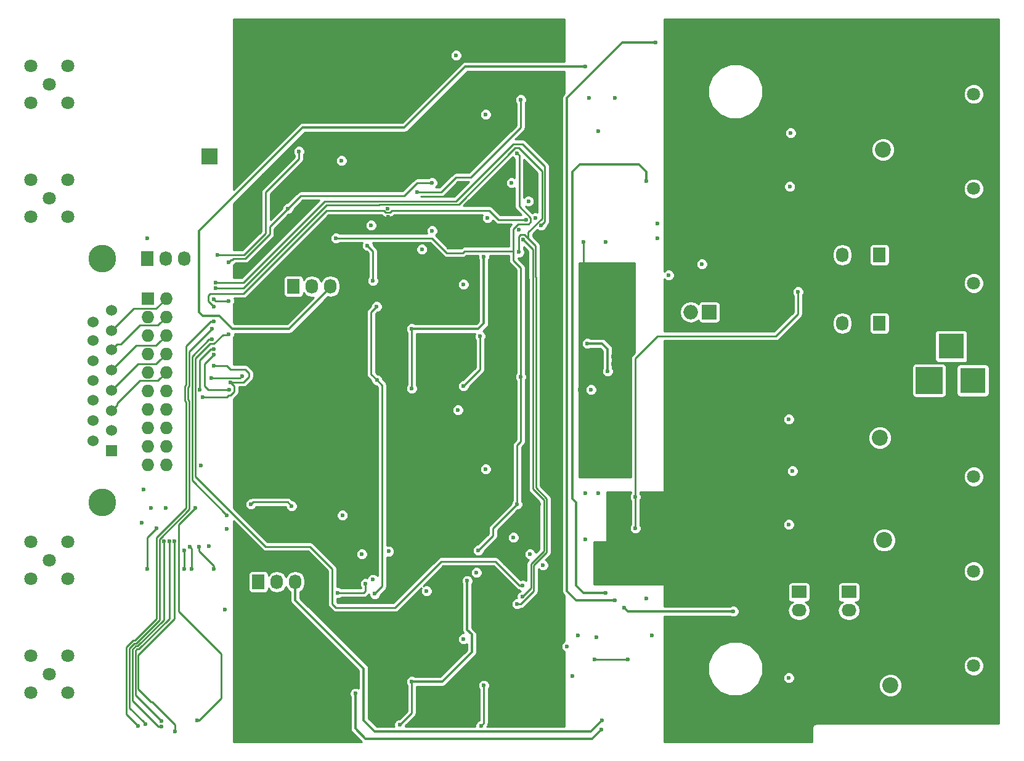
<source format=gbl>
G04 #@! TF.FileFunction,Copper,L4,Bot,Signal*
%FSLAX46Y46*%
G04 Gerber Fmt 4.6, Leading zero omitted, Abs format (unit mm)*
G04 Created by KiCad (PCBNEW 4.0.4-1.fc24-product) date Wed Oct 18 10:53:43 2017*
%MOMM*%
%LPD*%
G01*
G04 APERTURE LIST*
%ADD10C,0.150000*%
%ADD11R,3.700000X3.700000*%
%ADD12R,3.500120X3.500120*%
%ADD13C,3.810000*%
%ADD14C,1.524000*%
%ADD15R,1.524000X1.524000*%
%ADD16O,1.998980X1.998980*%
%ADD17R,1.998980X1.998980*%
%ADD18C,1.800000*%
%ADD19R,1.727200X2.032000*%
%ADD20O,1.727200X2.032000*%
%ADD21R,2.235200X2.235200*%
%ADD22R,1.727200X1.727200*%
%ADD23O,1.727200X1.727200*%
%ADD24R,2.032000X1.727200*%
%ADD25O,2.032000X1.727200*%
%ADD26C,2.200000*%
%ADD27C,0.600000*%
%ADD28C,0.250000*%
%ADD29C,0.350000*%
%ADD30C,0.254000*%
G04 APERTURE END LIST*
D10*
D11*
X168904860Y-81280000D03*
D12*
X174904340Y-81280000D03*
X171904600Y-76581000D03*
D13*
X55270000Y-98044000D03*
X55270000Y-64516000D03*
D14*
X56540000Y-71628000D03*
X56540000Y-74422000D03*
X56540000Y-77089000D03*
X56540000Y-79883000D03*
X56540000Y-82677000D03*
X56540000Y-85471000D03*
X56540000Y-88138000D03*
D15*
X56540000Y-90932000D03*
D14*
X54000000Y-73202800D03*
X54000000Y-75742800D03*
X54000000Y-78536800D03*
X54000000Y-81280000D03*
X54000000Y-84023200D03*
X54000000Y-86817200D03*
X54000000Y-89560400D03*
D16*
X136144000Y-71882000D03*
D17*
X138684000Y-71882000D03*
D18*
X48000000Y-106000000D03*
X45460000Y-108540000D03*
X45460000Y-103460000D03*
X50540000Y-103460000D03*
X50540000Y-108540000D03*
X48000000Y-121650000D03*
X45460000Y-124190000D03*
X45460000Y-119110000D03*
X50540000Y-119110000D03*
X50540000Y-124190000D03*
X175000000Y-67900000D03*
X177540000Y-65360000D03*
X177540000Y-70440000D03*
X172460000Y-70440000D03*
X172460000Y-65360000D03*
X175000000Y-94500000D03*
X177540000Y-91960000D03*
X177540000Y-97040000D03*
X172460000Y-97040000D03*
X172460000Y-91960000D03*
X175000000Y-41900000D03*
X177540000Y-39360000D03*
X177540000Y-44440000D03*
X172460000Y-44440000D03*
X172460000Y-39360000D03*
X175000000Y-120500000D03*
X177540000Y-117960000D03*
X177540000Y-123040000D03*
X172460000Y-123040000D03*
X172460000Y-117960000D03*
X175000000Y-54900000D03*
X177540000Y-52360000D03*
X177540000Y-57440000D03*
X172460000Y-57440000D03*
X172460000Y-52360000D03*
X175000000Y-107500000D03*
X177540000Y-104960000D03*
X177540000Y-110040000D03*
X172460000Y-110040000D03*
X172460000Y-104960000D03*
X48000000Y-56250000D03*
X45460000Y-58790000D03*
X45460000Y-53710000D03*
X50540000Y-53710000D03*
X50540000Y-58790000D03*
X48000000Y-40600000D03*
X45460000Y-43140000D03*
X45460000Y-38060000D03*
X50540000Y-38060000D03*
X50540000Y-43140000D03*
D19*
X61468000Y-64516000D03*
D20*
X64008000Y-64516000D03*
X66548000Y-64516000D03*
D21*
X70000000Y-50500000D03*
D19*
X81534000Y-68326000D03*
D20*
X84074000Y-68326000D03*
X86614000Y-68326000D03*
D19*
X76708000Y-108966000D03*
D20*
X79248000Y-108966000D03*
X81788000Y-108966000D03*
D22*
X61500000Y-70000000D03*
D23*
X64040000Y-70000000D03*
X61500000Y-72540000D03*
X64040000Y-72540000D03*
X61500000Y-75080000D03*
X64040000Y-75080000D03*
X61500000Y-77620000D03*
X64040000Y-77620000D03*
X61500000Y-80160000D03*
X64040000Y-80160000D03*
X61500000Y-82700000D03*
X64040000Y-82700000D03*
X61500000Y-85240000D03*
X64040000Y-85240000D03*
X61500000Y-87780000D03*
X64040000Y-87780000D03*
X61500000Y-90320000D03*
X64040000Y-90320000D03*
X61500000Y-92860000D03*
X64040000Y-92860000D03*
D19*
X162052000Y-64008000D03*
D20*
X159512000Y-64008000D03*
X156972000Y-64008000D03*
D19*
X162052000Y-73406000D03*
D20*
X159512000Y-73406000D03*
X156972000Y-73406000D03*
D24*
X151003000Y-110363000D03*
D25*
X151003000Y-112903000D03*
X151003000Y-115443000D03*
D24*
X157861000Y-110363000D03*
D25*
X157861000Y-112903000D03*
X157861000Y-115443000D03*
D26*
X162560000Y-49530000D03*
X160020000Y-46990000D03*
X165100000Y-46990000D03*
X165100000Y-52070000D03*
X160020000Y-52070000D03*
X163576000Y-123190000D03*
X161036000Y-120650000D03*
X166116000Y-120650000D03*
X166116000Y-125730000D03*
X161036000Y-125730000D03*
X162090000Y-89150000D03*
X159550000Y-86610000D03*
X164630000Y-86610000D03*
X164630000Y-91690000D03*
X159550000Y-91690000D03*
X162687000Y-103251000D03*
X160147000Y-100711000D03*
X165227000Y-100711000D03*
X165227000Y-105791000D03*
X160147000Y-105791000D03*
D27*
X99187000Y-63246000D03*
X114046000Y-105156000D03*
X60960000Y-96266000D03*
X106680000Y-107696000D03*
X114808000Y-58928000D03*
X122428000Y-82550000D03*
X103886000Y-36576000D03*
X88265000Y-99822000D03*
X104902000Y-68072000D03*
X104140000Y-85344000D03*
X92202000Y-59944000D03*
X119126000Y-117856000D03*
X92460724Y-108642590D03*
X88138000Y-51054000D03*
X107950000Y-93472000D03*
X100584000Y-60706000D03*
X108204000Y-58928000D03*
X113816576Y-56624932D03*
X111506000Y-54102000D03*
X107950000Y-44704000D03*
X104902000Y-116840000D03*
X99822000Y-110236000D03*
X115824000Y-106680000D03*
X111760000Y-102870000D03*
X137668000Y-65278000D03*
X149606000Y-101092000D03*
X149606000Y-86614000D03*
X150114000Y-93726000D03*
X123444000Y-96774000D03*
X121666000Y-96774000D03*
X68834000Y-92964000D03*
X149860000Y-47244000D03*
X149606000Y-122174000D03*
X149733000Y-54610000D03*
X72390000Y-101727000D03*
X82804000Y-62484000D03*
X81280000Y-64389000D03*
X86868000Y-72771000D03*
X86868000Y-70739000D03*
X125730000Y-42418000D03*
X122174000Y-42418000D03*
X106172000Y-48768000D03*
X102362000Y-48768000D03*
X105410000Y-96520000D03*
X102616000Y-97536000D03*
X72136000Y-112776000D03*
X60706000Y-100838000D03*
X110744000Y-75946000D03*
X94488000Y-57621821D03*
X94540492Y-58776632D03*
X86106000Y-110744000D03*
X61468000Y-61722000D03*
X80899000Y-111379000D03*
X78867000Y-111379000D03*
X64008000Y-98806000D03*
X61976000Y-98806000D03*
X121920000Y-83820000D03*
X127000000Y-88900000D03*
X124460000Y-88900000D03*
X124460000Y-91440000D03*
X127000000Y-91440000D03*
X127000000Y-93980000D03*
X124460000Y-93980000D03*
X121920000Y-93980000D03*
X121920000Y-91440000D03*
X121920000Y-88900000D03*
X121920000Y-86360000D03*
X124460000Y-86360000D03*
X124460000Y-83820000D03*
X126746000Y-78994000D03*
X126746000Y-77978000D03*
X121158000Y-76962000D03*
X121158000Y-78740000D03*
X121158000Y-77978000D03*
X125476000Y-78994000D03*
X125476000Y-77978000D03*
X121412000Y-65532000D03*
X121412000Y-62230000D03*
X125984000Y-69850000D03*
X125984000Y-72136000D03*
X82138642Y-48616776D03*
X86912985Y-48444590D03*
X92301709Y-48444590D03*
X115062000Y-104394000D03*
X119888000Y-121920000D03*
X126238000Y-81534000D03*
X120904000Y-82550000D03*
X123444000Y-46990000D03*
X127762000Y-76962000D03*
X127762000Y-75438000D03*
X123444000Y-73660000D03*
X131572000Y-61722000D03*
X131572000Y-59690000D03*
X124460000Y-62230000D03*
X123190000Y-116586000D03*
X130810000Y-116332000D03*
X82086985Y-97212590D03*
X92451276Y-97212590D03*
X87371276Y-97212590D03*
X102870000Y-68072000D03*
X107950000Y-108966000D03*
X118135000Y-53600000D03*
X118135000Y-59700000D03*
X96520000Y-60706000D03*
X120650000Y-116332000D03*
X69895000Y-104095000D03*
X104398724Y-103054590D03*
X107700724Y-95065410D03*
X90170000Y-117602000D03*
X99314000Y-86868000D03*
X115639410Y-89145548D03*
X99060000Y-38100000D03*
X104140000Y-76708000D03*
X93980000Y-122682000D03*
X104394000Y-125476000D03*
X105156000Y-118364000D03*
X91440000Y-99822000D03*
X94742000Y-96266000D03*
X102108000Y-96012000D03*
X115316000Y-98298000D03*
X81788000Y-117094000D03*
X77978000Y-124968000D03*
X80264000Y-124968000D03*
X84582000Y-116078000D03*
X94996000Y-111252000D03*
X96520000Y-109474000D03*
X99822000Y-121158000D03*
X99314000Y-119634000D03*
X99314000Y-117856000D03*
X103124000Y-116840000D03*
X103251000Y-115248000D03*
X103124000Y-111760000D03*
X103124000Y-110236000D03*
X109982000Y-119126000D03*
X116078000Y-114554000D03*
X116078000Y-113030000D03*
X116078000Y-111506000D03*
X116078000Y-109982000D03*
X107696000Y-105410000D03*
X107696000Y-98552000D03*
X105918000Y-98552000D03*
X104140000Y-98552000D03*
X94742000Y-107442000D03*
X94742000Y-105918000D03*
X94996000Y-100838000D03*
X87376000Y-100330000D03*
X106299000Y-91626000D03*
X106299000Y-90746000D03*
X103251000Y-114368000D03*
X110617000Y-106426000D03*
X111867000Y-106426000D03*
X111867000Y-105176000D03*
X110617000Y-105176000D03*
X89535000Y-102616000D03*
X89535000Y-101736000D03*
X104902000Y-93472000D03*
X101600000Y-86360000D03*
X101600000Y-87884000D03*
X92960000Y-83820000D03*
X73920000Y-108960000D03*
X73920000Y-114960000D03*
X73920000Y-120960000D03*
X73920000Y-126280000D03*
X73920000Y-128000000D03*
X75640000Y-128000000D03*
X80960000Y-128000000D03*
X86960000Y-128000000D03*
X92960000Y-128000000D03*
X99060000Y-128000000D03*
X105060000Y-128000000D03*
X111060000Y-128000000D03*
X116380000Y-128000000D03*
X118100000Y-128000000D03*
X118100000Y-126280000D03*
X118100000Y-120960000D03*
X118100000Y-114960000D03*
X118100000Y-108960000D03*
X118100000Y-102860000D03*
X118100000Y-96860000D03*
X118100000Y-90860000D03*
X123530660Y-78152832D03*
X123530660Y-78927832D03*
X122290660Y-78927832D03*
X122290660Y-78152832D03*
X118100000Y-85540000D03*
X118100000Y-83820000D03*
X116380000Y-83820000D03*
X111060000Y-83820000D03*
X105060000Y-83820000D03*
X99060000Y-83820000D03*
X73920000Y-102860000D03*
X73920000Y-96860000D03*
X73920000Y-90860000D03*
X73920000Y-85540000D03*
X73920000Y-83820000D03*
X75640000Y-83820000D03*
X80960000Y-83820000D03*
X86960000Y-83820000D03*
X87122000Y-84836000D03*
X76962000Y-84836000D03*
X82042000Y-84836000D03*
X77724000Y-101854000D03*
X77724000Y-98806000D03*
X118135000Y-47600000D03*
X118135000Y-41600000D03*
X118135000Y-36280000D03*
X118135000Y-34560000D03*
X116415000Y-34560000D03*
X111095000Y-34560000D03*
X105095000Y-34560000D03*
X99095000Y-34560000D03*
X92995000Y-34560000D03*
X86995000Y-34560000D03*
X80995000Y-34560000D03*
X75675000Y-34560000D03*
X73955000Y-34560000D03*
X73955000Y-36280000D03*
X73955000Y-41600000D03*
X73955000Y-47600000D03*
X73955000Y-53600000D03*
X73955000Y-59700000D03*
X73955000Y-65700000D03*
X73955000Y-71700000D03*
X73955000Y-77020000D03*
X73955000Y-78740000D03*
X75675000Y-78740000D03*
X80995000Y-78740000D03*
X86995000Y-78740000D03*
X92995000Y-78740000D03*
X99095000Y-78740000D03*
X105095000Y-78740000D03*
X111095000Y-78740000D03*
X116415000Y-78740000D03*
X118135000Y-78740000D03*
X118135000Y-77020000D03*
X118135000Y-71700000D03*
X118135000Y-65700000D03*
X116078000Y-61214000D03*
X116078000Y-62738000D03*
X116078000Y-64262000D03*
X116078000Y-65786000D03*
X107188000Y-60960000D03*
X89916000Y-68834000D03*
X103124000Y-66480000D03*
X103124000Y-65600000D03*
X114808000Y-55626000D03*
X107442000Y-56642000D03*
X106680000Y-47244000D03*
X106172000Y-42858000D03*
X106172000Y-41978000D03*
X102108000Y-47244000D03*
X98044000Y-47752000D03*
X110490000Y-57658000D03*
X111740000Y-57658000D03*
X111740000Y-56408000D03*
X110490000Y-56408000D03*
X89408000Y-53848000D03*
X89408000Y-52968000D03*
X77978000Y-76200000D03*
X80264000Y-76200000D03*
X85852000Y-61722000D03*
X94742000Y-62738000D03*
X99314000Y-69088000D03*
X99314000Y-70866000D03*
X98044000Y-72644000D03*
X93726000Y-73914000D03*
X102870000Y-62992000D03*
X102870000Y-61468000D03*
X104902000Y-69596000D03*
X109728000Y-70612000D03*
X104140000Y-54356000D03*
X107696000Y-49784000D03*
X105664000Y-49784000D03*
X104140000Y-49784000D03*
X104140000Y-49784000D03*
X91186000Y-51054000D03*
X76962000Y-35814000D03*
X82042000Y-35814000D03*
X87122000Y-35814000D03*
X115316000Y-40132000D03*
X115316000Y-49530000D03*
X104648000Y-44704000D03*
X101346000Y-39116000D03*
X101346000Y-37592000D03*
X95758000Y-51308000D03*
X87376000Y-51562000D03*
X77470000Y-53086000D03*
X78232000Y-49276000D03*
X121910660Y-76200000D03*
X124714000Y-80010000D03*
X100584000Y-54102000D03*
X72644000Y-65024000D03*
X80772000Y-57658000D03*
X66548000Y-104648000D03*
X66548000Y-107188000D03*
X71120000Y-64008000D03*
X82296000Y-49784000D03*
X98552000Y-55372000D03*
X112776000Y-42672000D03*
X92710000Y-110617000D03*
X69088000Y-83566000D03*
X70612000Y-79248000D03*
X72898000Y-81534000D03*
X93004772Y-81210590D03*
X91694000Y-62738000D03*
X92456000Y-67564000D03*
X92964000Y-71120000D03*
X70288590Y-80956590D03*
X74462664Y-80656591D03*
X106934000Y-104648000D03*
X91440000Y-109220000D03*
X87630000Y-110490000D03*
X112776000Y-80772000D03*
X87376000Y-61722000D03*
X112268000Y-50038000D03*
X112268000Y-98298000D03*
X97794724Y-82365410D03*
X107696000Y-64262000D03*
X97790000Y-74168000D03*
X70612000Y-77724000D03*
X67310000Y-104140000D03*
X67564000Y-107188000D03*
X72713401Y-82550000D03*
X107188000Y-75184000D03*
X104902000Y-82042000D03*
X113538000Y-59182000D03*
X70612000Y-71120000D03*
X115570000Y-59944000D03*
X70866000Y-67818000D03*
X112522000Y-60520000D03*
X113099402Y-61934054D03*
X113002709Y-110970709D03*
X70866000Y-68580000D03*
X112268000Y-112014000D03*
X112522000Y-63630000D03*
X90932000Y-105156000D03*
X94615000Y-104775000D03*
X68580000Y-104140000D03*
X70612000Y-107188000D03*
X70362724Y-75622590D03*
X72390000Y-99822000D03*
X81280000Y-98552000D03*
X75692000Y-98298000D03*
X63373000Y-128085410D03*
X64456196Y-103377593D03*
X105410000Y-108839000D03*
X96138704Y-128622947D03*
X97790000Y-122682000D03*
X62738000Y-101600000D03*
X61468000Y-107188000D03*
X63373000Y-128837823D03*
X63703848Y-103367826D03*
X68649410Y-82594985D03*
X70612000Y-76962000D03*
X107307998Y-128789077D03*
X107696000Y-123202000D03*
X72644000Y-70358000D03*
X72644000Y-74930000D03*
X70612000Y-70104000D03*
X113030000Y-109474000D03*
X61214000Y-128524000D03*
X70358000Y-74168000D03*
X70612000Y-73152000D03*
X60198000Y-128778000D03*
X65208590Y-103382724D03*
X127508000Y-119634000D03*
X122936000Y-119634000D03*
X65278000Y-129540000D03*
X68326000Y-128016000D03*
X68072000Y-98806000D03*
X160528000Y-38354000D03*
X171704000Y-102108000D03*
X142748000Y-111506000D03*
X149606000Y-60452000D03*
X149098000Y-67564000D03*
X154432000Y-72390000D03*
X162814000Y-96520000D03*
X142748000Y-95504000D03*
X157480000Y-121158000D03*
X156972000Y-54864000D03*
X156718000Y-92710000D03*
X134112000Y-53086000D03*
X157099000Y-101473000D03*
X155448000Y-101092000D03*
X155448000Y-95250000D03*
X155702000Y-86614000D03*
X153924000Y-63500000D03*
X155702000Y-122174000D03*
X155448000Y-47244000D03*
X156464000Y-52324000D03*
X155575000Y-54610000D03*
X123952000Y-106172000D03*
X123952000Y-104394000D03*
X130810000Y-106680000D03*
X129794000Y-106680000D03*
X130048000Y-53848000D03*
X124460000Y-110490000D03*
X150876000Y-69088000D03*
X128524000Y-101600000D03*
X128524000Y-97282000D03*
X130048000Y-111252000D03*
X131318000Y-34798000D03*
X125730000Y-111506000D03*
X127000000Y-112522000D03*
X141986000Y-113030000D03*
X123825000Y-129286000D03*
X90043000Y-124333000D03*
X121666000Y-38100000D03*
X123952000Y-128016000D03*
X121666000Y-103124000D03*
X133096000Y-66802000D03*
D28*
X124460000Y-88900000D02*
X127000000Y-88900000D01*
X127000000Y-91440000D02*
X124460000Y-91440000D01*
X124460000Y-93980000D02*
X127000000Y-93980000D01*
X121920000Y-91440000D02*
X121920000Y-93980000D01*
X121920000Y-86360000D02*
X121920000Y-88900000D01*
X124460000Y-83820000D02*
X124460000Y-86360000D01*
X125476000Y-78994000D02*
X126746000Y-78994000D01*
X121158000Y-77978000D02*
X121158000Y-76962000D01*
X122290660Y-78152832D02*
X121332832Y-78152832D01*
X121332832Y-78152832D02*
X121158000Y-77978000D01*
X121412000Y-62230000D02*
X121412000Y-65532000D01*
X125984000Y-72136000D02*
X125984000Y-69850000D01*
D29*
X124714000Y-76962000D02*
X123952000Y-76200000D01*
X124714000Y-80010000D02*
X124714000Y-76962000D01*
X123952000Y-76200000D02*
X121910660Y-76200000D01*
D28*
X96774000Y-55880000D02*
X82550000Y-55880000D01*
X82550000Y-55880000D02*
X80772000Y-57658000D01*
X98552000Y-54102000D02*
X96774000Y-55880000D01*
X100584000Y-54102000D02*
X98552000Y-54102000D01*
X74930000Y-64516000D02*
X78277999Y-61168001D01*
X78277999Y-61168001D02*
X78277999Y-60152001D01*
X73314002Y-64516000D02*
X74930000Y-64516000D01*
X73106001Y-64724001D02*
X73314002Y-64516000D01*
X72644000Y-65024000D02*
X72943999Y-64724001D01*
X72943999Y-64724001D02*
X73106001Y-64724001D01*
X78277999Y-60152001D02*
X80772000Y-57658000D01*
X66548000Y-107188000D02*
X66548000Y-104648000D01*
X71120000Y-64008000D02*
X74759736Y-64008000D01*
X74759736Y-64008000D02*
X77724000Y-61043736D01*
X82296000Y-50800000D02*
X82296000Y-49784000D01*
X77724000Y-55372000D02*
X82296000Y-50800000D01*
X77724000Y-61043736D02*
X77724000Y-55372000D01*
X101854000Y-55372000D02*
X98552000Y-55372000D01*
X103886000Y-53340000D02*
X101854000Y-55372000D01*
X105918000Y-53340000D02*
X103886000Y-53340000D01*
X112776000Y-46482000D02*
X105918000Y-53340000D01*
X112776000Y-42672000D02*
X112776000Y-46482000D01*
X93726000Y-109601000D02*
X93726000Y-81931818D01*
X93726000Y-81931818D02*
X93004772Y-81210590D01*
X92710000Y-110617000D02*
X93726000Y-109601000D01*
X73406000Y-82804000D02*
X73406000Y-82042000D01*
X73406000Y-82042000D02*
X72898000Y-81534000D01*
X72898000Y-83312000D02*
X73406000Y-82804000D01*
X72644000Y-83312000D02*
X72898000Y-83312000D01*
X72390000Y-83566000D02*
X72644000Y-83312000D01*
X69088000Y-83566000D02*
X72390000Y-83566000D01*
X75438000Y-80772000D02*
X74676000Y-81534000D01*
X74676000Y-81534000D02*
X72898000Y-81534000D01*
X75438000Y-80264000D02*
X75438000Y-80772000D01*
X74930000Y-79756000D02*
X75438000Y-80264000D01*
X72898000Y-79756000D02*
X74930000Y-79756000D01*
X72390000Y-79248000D02*
X72898000Y-79756000D01*
X70612000Y-79248000D02*
X72390000Y-79248000D01*
X92202000Y-71882000D02*
X92202000Y-80407818D01*
X92964000Y-71120000D02*
X92202000Y-71882000D01*
X92202000Y-80407818D02*
X93004772Y-81210590D01*
X92456000Y-63500000D02*
X91694000Y-62738000D01*
X92456000Y-67564000D02*
X92456000Y-63500000D01*
X111760000Y-60452000D02*
X112452598Y-59759402D01*
X112452598Y-59759402D02*
X113815154Y-59759402D01*
X114115402Y-58904846D02*
X112567999Y-57357443D01*
X112567999Y-50337999D02*
X112268000Y-50038000D01*
X111760000Y-63500000D02*
X111760000Y-60452000D01*
X113815154Y-59759402D02*
X114115402Y-59459154D01*
X114115402Y-59459154D02*
X114115402Y-58904846D01*
X112567999Y-57357443D02*
X112567999Y-50337999D01*
X74162665Y-80956590D02*
X70288590Y-80956590D01*
X74462664Y-80656591D02*
X74162665Y-80956590D01*
X106934000Y-104648000D02*
X108966000Y-102616000D01*
X108966000Y-102616000D02*
X108966000Y-101600000D01*
X108966000Y-101600000D02*
X112268000Y-98298000D01*
X91440000Y-110236000D02*
X91440000Y-109220000D01*
X91186000Y-110490000D02*
X91440000Y-110236000D01*
X87630000Y-110490000D02*
X91186000Y-110490000D01*
X112776000Y-89662000D02*
X112776000Y-80772000D01*
X112776000Y-80772000D02*
X112776000Y-65786000D01*
X111760000Y-64770000D02*
X111760000Y-63500000D01*
X100584000Y-61722000D02*
X102616000Y-63754000D01*
X87376000Y-61722000D02*
X100584000Y-61722000D01*
X102616000Y-63754000D02*
X104784234Y-63754000D01*
X104784234Y-63754000D02*
X105038234Y-63500000D01*
X105038234Y-63500000D02*
X111760000Y-63500000D01*
X112776000Y-65786000D02*
X111760000Y-64770000D01*
X112268000Y-90170000D02*
X112776000Y-89662000D01*
X112268000Y-98298000D02*
X112268000Y-90170000D01*
X97790000Y-74168000D02*
X97790000Y-82360686D01*
X97790000Y-82360686D02*
X97794724Y-82365410D01*
D29*
X106934000Y-74168000D02*
X107696000Y-73406000D01*
X107696000Y-73406000D02*
X107696000Y-64262000D01*
X97790000Y-74168000D02*
X106934000Y-74168000D01*
D28*
X67564000Y-104394000D02*
X67310000Y-104140000D01*
X67564000Y-107188000D02*
X67564000Y-104394000D01*
X69342000Y-78994000D02*
X69342000Y-82042000D01*
X70612000Y-77724000D02*
X69342000Y-78994000D01*
X69342000Y-82042000D02*
X69850000Y-82550000D01*
X69850000Y-82550000D02*
X72713401Y-82550000D01*
X107188000Y-79756000D02*
X107188000Y-75184000D01*
X104902000Y-82042000D02*
X107188000Y-79756000D01*
X95052375Y-57912000D02*
X108458000Y-57912000D01*
X94765153Y-58199222D02*
X95052375Y-57912000D01*
X94210847Y-58199222D02*
X94765153Y-58199222D01*
X93923625Y-57912000D02*
X94210847Y-58199222D01*
X70612000Y-71120000D02*
X69850000Y-70358000D01*
X86106000Y-57912000D02*
X93923625Y-57912000D01*
X108458000Y-57912000D02*
X109728000Y-59182000D01*
X74676000Y-69342000D02*
X86106000Y-57912000D01*
X70104000Y-69342000D02*
X74676000Y-69342000D01*
X69850000Y-69596000D02*
X70104000Y-69342000D01*
X109728000Y-59182000D02*
X113113736Y-59182000D01*
X69850000Y-70358000D02*
X69850000Y-69596000D01*
X113113736Y-59182000D02*
X113538000Y-59182000D01*
X116078000Y-59436000D02*
X115570000Y-59944000D01*
X116078000Y-51816000D02*
X116078000Y-59436000D01*
X113030000Y-48768000D02*
X116078000Y-51816000D01*
X111760000Y-48768000D02*
X113030000Y-48768000D01*
X103886000Y-56642000D02*
X111760000Y-48768000D01*
X87376000Y-56642000D02*
X103886000Y-56642000D01*
X85852000Y-56642000D02*
X87376000Y-56642000D01*
X74676000Y-67818000D02*
X85852000Y-56642000D01*
X70866000Y-67818000D02*
X74676000Y-67818000D01*
X114405589Y-63240241D02*
X113099402Y-61934054D01*
X114448411Y-96221505D02*
X114448411Y-67228580D01*
X114405589Y-67185758D02*
X114405589Y-63240241D01*
X115929589Y-104735317D02*
X115929589Y-97702683D01*
X113002709Y-110970709D02*
X114151589Y-109821829D01*
X114448411Y-67228580D02*
X114405589Y-67185758D01*
X114151589Y-109821829D02*
X114151589Y-106513316D01*
X115929589Y-97702683D02*
X114448411Y-96221505D01*
X114151589Y-106513316D02*
X115929589Y-104735317D01*
X104245589Y-57044411D02*
X112014000Y-49276000D01*
X93384683Y-57044411D02*
X104245589Y-57044411D01*
X93279094Y-57150000D02*
X93384683Y-57044411D01*
X86106000Y-57150000D02*
X93279094Y-57150000D01*
X115675589Y-58983855D02*
X113792000Y-60867444D01*
X115675589Y-52490684D02*
X115675589Y-58983855D01*
X112460905Y-49276000D02*
X115675589Y-52490684D01*
X112014000Y-49276000D02*
X112460905Y-49276000D01*
X113792000Y-60867444D02*
X113792000Y-61722000D01*
X74676000Y-68580000D02*
X86106000Y-57150000D01*
X70866000Y-68580000D02*
X74676000Y-68580000D01*
X114808000Y-62738000D02*
X113792000Y-61722000D01*
X113792000Y-61722000D02*
X113284000Y-61214000D01*
X113284000Y-61214000D02*
X112776000Y-61214000D01*
X112776000Y-61214000D02*
X112522000Y-61468000D01*
X114554000Y-106680000D02*
X116332000Y-104902001D01*
X112522000Y-61468000D02*
X112522000Y-63630000D01*
X114554000Y-110236000D02*
X114554000Y-106680000D01*
X116332000Y-97535999D02*
X114850822Y-96054821D01*
X112776000Y-112014000D02*
X114554000Y-110236000D01*
X114850822Y-96054821D02*
X114850822Y-67061896D01*
X114850822Y-67061896D02*
X114808000Y-67019074D01*
X114808000Y-67019074D02*
X114808000Y-62738000D01*
X112268000Y-112014000D02*
X112776000Y-112014000D01*
X116332000Y-104902001D02*
X116332000Y-97535999D01*
X68580000Y-104731736D02*
X68580000Y-104140000D01*
X70612000Y-107188000D02*
X70612000Y-106763736D01*
X70612000Y-106763736D02*
X68580000Y-104731736D01*
X69938460Y-75622590D02*
X70362724Y-75622590D01*
X67606822Y-77954228D02*
X69938460Y-75622590D01*
X72390000Y-99822000D02*
X67606822Y-95038822D01*
X67606822Y-95038822D02*
X67606822Y-77954228D01*
X80726001Y-97998001D02*
X81280000Y-98552000D01*
X75692000Y-98298000D02*
X75991999Y-97998001D01*
X75991999Y-97998001D02*
X80726001Y-97998001D01*
X59795589Y-118451316D02*
X59795589Y-124507999D01*
X60285316Y-118215589D02*
X60031316Y-118215589D01*
X64456196Y-103377593D02*
X64456196Y-114044709D01*
X64456196Y-114044709D02*
X60285316Y-118215589D01*
X60031316Y-118215589D02*
X59795589Y-118451316D01*
X63073001Y-127785411D02*
X63373000Y-128085410D01*
X59795589Y-124507999D02*
X63073001Y-127785411D01*
D29*
X106045000Y-118618000D02*
X101981000Y-122682000D01*
X101981000Y-122682000D02*
X97790000Y-122682000D01*
X106045000Y-116205000D02*
X106045000Y-118618000D01*
X105410000Y-115570000D02*
X106045000Y-116205000D01*
X105410000Y-108839000D02*
X105410000Y-115570000D01*
D28*
X97790000Y-126971651D02*
X96138704Y-128622947D01*
X97790000Y-122682000D02*
X97790000Y-126971651D01*
X61468000Y-102870000D02*
X62738000Y-101600000D01*
X61468000Y-107188000D02*
X61468000Y-102870000D01*
X63703848Y-103367826D02*
X63703848Y-114227962D01*
X59393178Y-118284632D02*
X59393178Y-125282265D01*
X59393178Y-125282265D02*
X62948736Y-128837823D01*
X62948736Y-128837823D02*
X63373000Y-128837823D01*
X60118632Y-117813178D02*
X59864632Y-117813178D01*
X63703848Y-114227962D02*
X60118632Y-117813178D01*
X59864632Y-117813178D02*
X59393178Y-118284632D01*
X70612000Y-76962000D02*
X70187736Y-76962000D01*
X70187736Y-76962000D02*
X68649410Y-78500326D01*
X68649410Y-78500326D02*
X68649410Y-82170721D01*
X68649410Y-82170721D02*
X68649410Y-82594985D01*
X107696000Y-128401075D02*
X107307998Y-128789077D01*
X107696000Y-123202000D02*
X107696000Y-128401075D01*
X72644000Y-70358000D02*
X70866000Y-70358000D01*
X70866000Y-70358000D02*
X70612000Y-70104000D01*
X71826411Y-74985589D02*
X72588411Y-74985589D01*
X72588411Y-74985589D02*
X72644000Y-74930000D01*
X70612000Y-76200000D02*
X71826411Y-74985589D01*
X109303736Y-106172000D02*
X101854000Y-106172000D01*
X70104000Y-76200000D02*
X70612000Y-76200000D01*
X68072000Y-94488000D02*
X68072000Y-78232000D01*
X77724000Y-104140000D02*
X68072000Y-94488000D01*
X83820000Y-104140000D02*
X77724000Y-104140000D01*
X86868000Y-107188000D02*
X83820000Y-104140000D01*
X87376000Y-112522000D02*
X86868000Y-112014000D01*
X95504000Y-112522000D02*
X87376000Y-112522000D01*
X101854000Y-106172000D02*
X95504000Y-112522000D01*
X86868000Y-112014000D02*
X86868000Y-107188000D01*
X112605736Y-109474000D02*
X109303736Y-106172000D01*
X113030000Y-109474000D02*
X112605736Y-109474000D01*
X68072000Y-78232000D02*
X70104000Y-76200000D01*
X63140411Y-114222304D02*
X59951948Y-117410767D01*
X59951948Y-117410767D02*
X59697948Y-117410767D01*
X59697948Y-117410767D02*
X58990767Y-118117948D01*
X67204411Y-84090600D02*
X67204411Y-99012709D01*
X67204411Y-99012709D02*
X63126447Y-103090673D01*
X63126447Y-103090673D02*
X63126447Y-103644979D01*
X63126447Y-103644979D02*
X63140411Y-103658943D01*
X63140411Y-103658943D02*
X63140411Y-114222304D01*
X70358000Y-74168000D02*
X67204411Y-77321589D01*
X60914001Y-128224001D02*
X61214000Y-128524000D01*
X67013179Y-83899368D02*
X67204411Y-84090600D01*
X67013179Y-82216632D02*
X67013179Y-83899368D01*
X67204411Y-82025400D02*
X67013179Y-82216632D01*
X67204411Y-77321589D02*
X67204411Y-82025400D01*
X58990767Y-126300767D02*
X60914001Y-128224001D01*
X58990767Y-118117948D02*
X58990767Y-126300767D01*
X58588356Y-127168356D02*
X58588356Y-117951264D01*
X70187736Y-73152000D02*
X70612000Y-73152000D01*
X66802000Y-76537736D02*
X70187736Y-73152000D01*
X66802000Y-81858716D02*
X66802000Y-76537736D01*
X66610768Y-82049948D02*
X66802000Y-81858716D01*
X66610768Y-84066052D02*
X66610768Y-82049948D01*
X66802000Y-84257284D02*
X66610768Y-84066052D01*
X66802000Y-98806000D02*
X66802000Y-84257284D01*
X62724036Y-102883964D02*
X66802000Y-98806000D01*
X62724036Y-103811663D02*
X62724036Y-102883964D01*
X62738000Y-103825627D02*
X62724036Y-103811663D01*
X58588356Y-117951264D02*
X59531264Y-117008356D01*
X62738000Y-114055620D02*
X62738000Y-103825627D01*
X59785264Y-117008356D02*
X62738000Y-114055620D01*
X60198000Y-128778000D02*
X58588356Y-127168356D01*
X59531264Y-117008356D02*
X59785264Y-117008356D01*
X65208590Y-114046000D02*
X65208590Y-103806988D01*
X60198000Y-123698000D02*
X60198000Y-119056590D01*
X60198000Y-119056590D02*
X65208590Y-114046000D01*
X61976000Y-125476000D02*
X60198000Y-123698000D01*
X62103000Y-125476000D02*
X61976000Y-125476000D01*
X65278000Y-129540000D02*
X65278000Y-128651000D01*
X65278000Y-128651000D02*
X62103000Y-125476000D01*
X65208590Y-103806988D02*
X65208590Y-103382724D01*
X122936000Y-119634000D02*
X127508000Y-119634000D01*
X65786000Y-101092000D02*
X65786000Y-113030000D01*
X71628000Y-124968000D02*
X71628000Y-118872000D01*
X68580000Y-128016000D02*
X71628000Y-124968000D01*
X68326000Y-128016000D02*
X68580000Y-128016000D01*
X71628000Y-118872000D02*
X65786000Y-113030000D01*
X68072000Y-98806000D02*
X65786000Y-101092000D01*
D29*
X129794000Y-106680000D02*
X130810000Y-106680000D01*
X130810000Y-106680000D02*
X133096000Y-106680000D01*
D28*
X62738000Y-71374000D02*
X62738000Y-71302000D01*
X62738000Y-71302000D02*
X64040000Y-70000000D01*
X59588000Y-71374000D02*
X62738000Y-71374000D01*
X56540000Y-74422000D02*
X59588000Y-71374000D01*
X57784999Y-76327001D02*
X60430999Y-73681001D01*
X60430999Y-73681001D02*
X62898999Y-73681001D01*
X62898999Y-73681001D02*
X63176401Y-73403599D01*
X63176401Y-73403599D02*
X64040000Y-72540000D01*
X56540000Y-77089000D02*
X57301999Y-76327001D01*
X57301999Y-76327001D02*
X57784999Y-76327001D01*
X56540000Y-79883000D02*
X59944001Y-76478999D01*
X59944001Y-76478999D02*
X62641001Y-76478999D01*
X62641001Y-76478999D02*
X63176401Y-75943599D01*
X63176401Y-75943599D02*
X64040000Y-75080000D01*
X56540000Y-82677000D02*
X60198001Y-79018999D01*
X60198001Y-79018999D02*
X62641001Y-79018999D01*
X62641001Y-79018999D02*
X63176401Y-78483599D01*
X63176401Y-78483599D02*
X64040000Y-77620000D01*
X57301999Y-84430001D02*
X60430999Y-81301001D01*
X60430999Y-81301001D02*
X62898999Y-81301001D01*
X62898999Y-81301001D02*
X63176401Y-81023599D01*
X63176401Y-81023599D02*
X64040000Y-80160000D01*
X56540000Y-85471000D02*
X57301999Y-84709001D01*
X57301999Y-84709001D02*
X57301999Y-84430001D01*
D29*
X130048000Y-52578000D02*
X130048000Y-53848000D01*
X129032000Y-51562000D02*
X130048000Y-52578000D01*
X120904000Y-51562000D02*
X129032000Y-51562000D01*
X119888000Y-52578000D02*
X120904000Y-51562000D01*
X119888000Y-97536000D02*
X119888000Y-52578000D01*
X120396000Y-98044000D02*
X119888000Y-97536000D01*
X120396000Y-109474000D02*
X120396000Y-98044000D01*
X121412000Y-110490000D02*
X120396000Y-109474000D01*
X124460000Y-110490000D02*
X121412000Y-110490000D01*
D28*
X150876000Y-72136000D02*
X150876000Y-69088000D01*
X147828000Y-75184000D02*
X150876000Y-72136000D01*
X136144000Y-75184000D02*
X136652000Y-75184000D01*
X131572000Y-75184000D02*
X136144000Y-75184000D01*
X136144000Y-75184000D02*
X147828000Y-75184000D01*
X128524000Y-78232000D02*
X131572000Y-75184000D01*
X128524000Y-97282000D02*
X128524000Y-78232000D01*
X128524000Y-97282000D02*
X128524000Y-101600000D01*
D29*
X131318000Y-34798000D02*
X126746000Y-34798000D01*
X126746000Y-34798000D02*
X121158000Y-40386000D01*
X120396000Y-111506000D02*
X125730000Y-111506000D01*
X119126000Y-110236000D02*
X120396000Y-111506000D01*
X119126000Y-42418000D02*
X119126000Y-110236000D01*
X121158000Y-40386000D02*
X119126000Y-42418000D01*
X127508000Y-113030000D02*
X127000000Y-112522000D01*
X136144000Y-113030000D02*
X127508000Y-113030000D01*
X141986000Y-113030000D02*
X136144000Y-113030000D01*
X122555000Y-130556000D02*
X123825000Y-129286000D01*
X91440000Y-130556000D02*
X122555000Y-130556000D01*
X90043000Y-129159000D02*
X91440000Y-130556000D01*
X90043000Y-124757264D02*
X90043000Y-129159000D01*
X90043000Y-124333000D02*
X90043000Y-124757264D01*
X121666000Y-38100000D02*
X105156000Y-38100000D01*
X105156000Y-38100000D02*
X96774000Y-46482000D01*
X96774000Y-46482000D02*
X82804000Y-46482000D01*
X82804000Y-46482000D02*
X68580000Y-60706000D01*
X73152000Y-74168000D02*
X80924400Y-74168000D01*
X68580000Y-60706000D02*
X68580000Y-71882000D01*
X68580000Y-71882000D02*
X69088000Y-72390000D01*
X71374000Y-72390000D02*
X73152000Y-74168000D01*
X69088000Y-72390000D02*
X71374000Y-72390000D01*
X80924400Y-74168000D02*
X86614000Y-68478400D01*
X86614000Y-68478400D02*
X86614000Y-68326000D01*
X123952000Y-128016000D02*
X122428000Y-129540000D01*
X122428000Y-129540000D02*
X92710000Y-129540000D01*
X92710000Y-129540000D02*
X91186000Y-128016000D01*
X91186000Y-120904000D02*
X81788000Y-111506000D01*
X91186000Y-128016000D02*
X91186000Y-120904000D01*
X81788000Y-111506000D02*
X81788000Y-108966000D01*
D30*
G36*
X178487000Y-128449000D02*
X153416000Y-128449000D01*
X153192896Y-128493378D01*
X153003757Y-128619757D01*
X152877378Y-128808896D01*
X152833000Y-129032000D01*
X152833000Y-130989000D01*
X132461000Y-130989000D01*
X132461000Y-121648233D01*
X138481349Y-121648233D01*
X139052265Y-123029955D01*
X140108484Y-124088020D01*
X141489208Y-124661347D01*
X142984233Y-124662651D01*
X144365955Y-124091735D01*
X144950261Y-123508448D01*
X161967721Y-123508448D01*
X162212009Y-124099669D01*
X162663952Y-124552402D01*
X163254746Y-124797721D01*
X163894448Y-124798279D01*
X164485669Y-124553991D01*
X164938402Y-124102048D01*
X165183721Y-123511254D01*
X165184279Y-122871552D01*
X164939991Y-122280331D01*
X164488048Y-121827598D01*
X163897254Y-121582279D01*
X163257552Y-121581721D01*
X162666331Y-121826009D01*
X162213598Y-122277952D01*
X161968279Y-122868746D01*
X161967721Y-123508448D01*
X144950261Y-123508448D01*
X145424020Y-123035516D01*
X145715308Y-122334016D01*
X148797860Y-122334016D01*
X148920611Y-122631097D01*
X149147707Y-122858590D01*
X149444574Y-122981860D01*
X149766016Y-122982140D01*
X150063097Y-122859389D01*
X150290590Y-122632293D01*
X150413860Y-122335426D01*
X150414140Y-122013984D01*
X150291389Y-121716903D01*
X150064293Y-121489410D01*
X149767426Y-121366140D01*
X149445984Y-121365860D01*
X149148903Y-121488611D01*
X148921410Y-121715707D01*
X148798140Y-122012574D01*
X148797860Y-122334016D01*
X145715308Y-122334016D01*
X145997347Y-121654792D01*
X145998111Y-120778840D01*
X173591756Y-120778840D01*
X173805660Y-121296526D01*
X174201391Y-121692948D01*
X174718703Y-121907755D01*
X175278840Y-121908244D01*
X175796526Y-121694340D01*
X176192948Y-121298609D01*
X176407755Y-120781297D01*
X176408244Y-120221160D01*
X176194340Y-119703474D01*
X175798609Y-119307052D01*
X175281297Y-119092245D01*
X174721160Y-119091756D01*
X174203474Y-119305660D01*
X173807052Y-119701391D01*
X173592245Y-120218703D01*
X173591756Y-120778840D01*
X145998111Y-120778840D01*
X145998651Y-120159767D01*
X145427735Y-118778045D01*
X144371516Y-117719980D01*
X142990792Y-117146653D01*
X141495767Y-117145349D01*
X140114045Y-117716265D01*
X139055980Y-118772484D01*
X138482653Y-120153208D01*
X138481349Y-121648233D01*
X132461000Y-121648233D01*
X132461000Y-113713000D01*
X141526120Y-113713000D01*
X141527707Y-113714590D01*
X141824574Y-113837860D01*
X142146016Y-113838140D01*
X142443097Y-113715389D01*
X142670590Y-113488293D01*
X142793860Y-113191426D01*
X142794111Y-112903000D01*
X149449143Y-112903000D01*
X149553550Y-113427889D01*
X149850875Y-113872868D01*
X150295854Y-114170193D01*
X150820743Y-114274600D01*
X151185257Y-114274600D01*
X151710146Y-114170193D01*
X152155125Y-113872868D01*
X152452450Y-113427889D01*
X152556857Y-112903000D01*
X156307143Y-112903000D01*
X156411550Y-113427889D01*
X156708875Y-113872868D01*
X157153854Y-114170193D01*
X157678743Y-114274600D01*
X158043257Y-114274600D01*
X158568146Y-114170193D01*
X159013125Y-113872868D01*
X159310450Y-113427889D01*
X159414857Y-112903000D01*
X159310450Y-112378111D01*
X159013125Y-111933132D01*
X158730895Y-111744552D01*
X158877000Y-111744552D01*
X159065253Y-111709130D01*
X159238153Y-111597872D01*
X159354145Y-111428112D01*
X159394952Y-111226600D01*
X159394952Y-109499400D01*
X159359530Y-109311147D01*
X159248272Y-109138247D01*
X159078512Y-109022255D01*
X158877000Y-108981448D01*
X156845000Y-108981448D01*
X156656747Y-109016870D01*
X156483847Y-109128128D01*
X156367855Y-109297888D01*
X156327048Y-109499400D01*
X156327048Y-111226600D01*
X156362470Y-111414853D01*
X156473728Y-111587753D01*
X156643488Y-111703745D01*
X156845000Y-111744552D01*
X156991105Y-111744552D01*
X156708875Y-111933132D01*
X156411550Y-112378111D01*
X156307143Y-112903000D01*
X152556857Y-112903000D01*
X152452450Y-112378111D01*
X152155125Y-111933132D01*
X151872895Y-111744552D01*
X152019000Y-111744552D01*
X152207253Y-111709130D01*
X152380153Y-111597872D01*
X152496145Y-111428112D01*
X152536952Y-111226600D01*
X152536952Y-109499400D01*
X152501530Y-109311147D01*
X152390272Y-109138247D01*
X152220512Y-109022255D01*
X152019000Y-108981448D01*
X149987000Y-108981448D01*
X149798747Y-109016870D01*
X149625847Y-109128128D01*
X149509855Y-109297888D01*
X149469048Y-109499400D01*
X149469048Y-111226600D01*
X149504470Y-111414853D01*
X149615728Y-111587753D01*
X149785488Y-111703745D01*
X149987000Y-111744552D01*
X150133105Y-111744552D01*
X149850875Y-111933132D01*
X149553550Y-112378111D01*
X149449143Y-112903000D01*
X142794111Y-112903000D01*
X142794140Y-112869984D01*
X142671389Y-112572903D01*
X142444293Y-112345410D01*
X142147426Y-112222140D01*
X141825984Y-112221860D01*
X141528903Y-112344611D01*
X141526510Y-112347000D01*
X132461000Y-112347000D01*
X132461000Y-107778840D01*
X173591756Y-107778840D01*
X173805660Y-108296526D01*
X174201391Y-108692948D01*
X174718703Y-108907755D01*
X175278840Y-108908244D01*
X175796526Y-108694340D01*
X176192948Y-108298609D01*
X176407755Y-107781297D01*
X176408244Y-107221160D01*
X176194340Y-106703474D01*
X175798609Y-106307052D01*
X175281297Y-106092245D01*
X174721160Y-106091756D01*
X174203474Y-106305660D01*
X173807052Y-106701391D01*
X173592245Y-107218703D01*
X173591756Y-107778840D01*
X132461000Y-107778840D01*
X132461000Y-103569448D01*
X161078721Y-103569448D01*
X161323009Y-104160669D01*
X161774952Y-104613402D01*
X162365746Y-104858721D01*
X163005448Y-104859279D01*
X163596669Y-104614991D01*
X164049402Y-104163048D01*
X164294721Y-103572254D01*
X164295279Y-102932552D01*
X164050991Y-102341331D01*
X163599048Y-101888598D01*
X163008254Y-101643279D01*
X162368552Y-101642721D01*
X161777331Y-101887009D01*
X161324598Y-102338952D01*
X161079279Y-102929746D01*
X161078721Y-103569448D01*
X132461000Y-103569448D01*
X132461000Y-101252016D01*
X148797860Y-101252016D01*
X148920611Y-101549097D01*
X149147707Y-101776590D01*
X149444574Y-101899860D01*
X149766016Y-101900140D01*
X150063097Y-101777389D01*
X150290590Y-101550293D01*
X150413860Y-101253426D01*
X150414140Y-100931984D01*
X150291389Y-100634903D01*
X150064293Y-100407410D01*
X149767426Y-100284140D01*
X149445984Y-100283860D01*
X149148903Y-100406611D01*
X148921410Y-100633707D01*
X148798140Y-100930574D01*
X148797860Y-101252016D01*
X132461000Y-101252016D01*
X132461000Y-94778840D01*
X173591756Y-94778840D01*
X173805660Y-95296526D01*
X174201391Y-95692948D01*
X174718703Y-95907755D01*
X175278840Y-95908244D01*
X175796526Y-95694340D01*
X176192948Y-95298609D01*
X176407755Y-94781297D01*
X176408244Y-94221160D01*
X176194340Y-93703474D01*
X175798609Y-93307052D01*
X175281297Y-93092245D01*
X174721160Y-93091756D01*
X174203474Y-93305660D01*
X173807052Y-93701391D01*
X173592245Y-94218703D01*
X173591756Y-94778840D01*
X132461000Y-94778840D01*
X132461000Y-93886016D01*
X149305860Y-93886016D01*
X149428611Y-94183097D01*
X149655707Y-94410590D01*
X149952574Y-94533860D01*
X150274016Y-94534140D01*
X150571097Y-94411389D01*
X150798590Y-94184293D01*
X150921860Y-93887426D01*
X150922140Y-93565984D01*
X150799389Y-93268903D01*
X150572293Y-93041410D01*
X150275426Y-92918140D01*
X149953984Y-92917860D01*
X149656903Y-93040611D01*
X149429410Y-93267707D01*
X149306140Y-93564574D01*
X149305860Y-93886016D01*
X132461000Y-93886016D01*
X132461000Y-89468448D01*
X160481721Y-89468448D01*
X160726009Y-90059669D01*
X161177952Y-90512402D01*
X161768746Y-90757721D01*
X162408448Y-90758279D01*
X162999669Y-90513991D01*
X163452402Y-90062048D01*
X163697721Y-89471254D01*
X163698279Y-88831552D01*
X163453991Y-88240331D01*
X163002048Y-87787598D01*
X162411254Y-87542279D01*
X161771552Y-87541721D01*
X161180331Y-87786009D01*
X160727598Y-88237952D01*
X160482279Y-88828746D01*
X160481721Y-89468448D01*
X132461000Y-89468448D01*
X132461000Y-86774016D01*
X148797860Y-86774016D01*
X148920611Y-87071097D01*
X149147707Y-87298590D01*
X149444574Y-87421860D01*
X149766016Y-87422140D01*
X150063097Y-87299389D01*
X150290590Y-87072293D01*
X150413860Y-86775426D01*
X150414140Y-86453984D01*
X150291389Y-86156903D01*
X150064293Y-85929410D01*
X149767426Y-85806140D01*
X149445984Y-85805860D01*
X149148903Y-85928611D01*
X148921410Y-86155707D01*
X148798140Y-86452574D01*
X148797860Y-86774016D01*
X132461000Y-86774016D01*
X132461000Y-79430000D01*
X166536908Y-79430000D01*
X166536908Y-83130000D01*
X166572330Y-83318253D01*
X166683588Y-83491153D01*
X166853348Y-83607145D01*
X167054860Y-83647952D01*
X170754860Y-83647952D01*
X170943113Y-83612530D01*
X171116013Y-83501272D01*
X171232005Y-83331512D01*
X171272812Y-83130000D01*
X171272812Y-79529940D01*
X172636328Y-79529940D01*
X172636328Y-83030060D01*
X172671750Y-83218313D01*
X172783008Y-83391213D01*
X172952768Y-83507205D01*
X173154280Y-83548012D01*
X176654400Y-83548012D01*
X176842653Y-83512590D01*
X177015553Y-83401332D01*
X177131545Y-83231572D01*
X177172352Y-83030060D01*
X177172352Y-79529940D01*
X177136930Y-79341687D01*
X177025672Y-79168787D01*
X176855912Y-79052795D01*
X176654400Y-79011988D01*
X173154280Y-79011988D01*
X172966027Y-79047410D01*
X172793127Y-79158668D01*
X172677135Y-79328428D01*
X172636328Y-79529940D01*
X171272812Y-79529940D01*
X171272812Y-79430000D01*
X171237390Y-79241747D01*
X171126132Y-79068847D01*
X170956372Y-78952855D01*
X170754860Y-78912048D01*
X167054860Y-78912048D01*
X166866607Y-78947470D01*
X166693707Y-79058728D01*
X166577715Y-79228488D01*
X166536908Y-79430000D01*
X132461000Y-79430000D01*
X132461000Y-75817000D01*
X147827995Y-75817000D01*
X147828000Y-75817001D01*
X148070239Y-75768816D01*
X148275599Y-75631599D01*
X150683455Y-73223743D01*
X155600400Y-73223743D01*
X155600400Y-73588257D01*
X155704807Y-74113146D01*
X156002132Y-74558125D01*
X156447111Y-74855450D01*
X156972000Y-74959857D01*
X157496889Y-74855450D01*
X157941868Y-74558125D01*
X158239193Y-74113146D01*
X158343600Y-73588257D01*
X158343600Y-73223743D01*
X158239193Y-72698854D01*
X158032824Y-72390000D01*
X160670448Y-72390000D01*
X160670448Y-74422000D01*
X160705870Y-74610253D01*
X160817128Y-74783153D01*
X160986888Y-74899145D01*
X161188400Y-74939952D01*
X162915600Y-74939952D01*
X163103853Y-74904530D01*
X163218215Y-74830940D01*
X169636588Y-74830940D01*
X169636588Y-78331060D01*
X169672010Y-78519313D01*
X169783268Y-78692213D01*
X169953028Y-78808205D01*
X170154540Y-78849012D01*
X173654660Y-78849012D01*
X173842913Y-78813590D01*
X174015813Y-78702332D01*
X174131805Y-78532572D01*
X174172612Y-78331060D01*
X174172612Y-74830940D01*
X174137190Y-74642687D01*
X174025932Y-74469787D01*
X173856172Y-74353795D01*
X173654660Y-74312988D01*
X170154540Y-74312988D01*
X169966287Y-74348410D01*
X169793387Y-74459668D01*
X169677395Y-74629428D01*
X169636588Y-74830940D01*
X163218215Y-74830940D01*
X163276753Y-74793272D01*
X163392745Y-74623512D01*
X163433552Y-74422000D01*
X163433552Y-72390000D01*
X163398130Y-72201747D01*
X163286872Y-72028847D01*
X163117112Y-71912855D01*
X162915600Y-71872048D01*
X161188400Y-71872048D01*
X161000147Y-71907470D01*
X160827247Y-72018728D01*
X160711255Y-72188488D01*
X160670448Y-72390000D01*
X158032824Y-72390000D01*
X157941868Y-72253875D01*
X157496889Y-71956550D01*
X156972000Y-71852143D01*
X156447111Y-71956550D01*
X156002132Y-72253875D01*
X155704807Y-72698854D01*
X155600400Y-73223743D01*
X150683455Y-73223743D01*
X151323599Y-72583599D01*
X151406926Y-72458891D01*
X151460816Y-72378239D01*
X151468810Y-72338048D01*
X151509001Y-72136000D01*
X151509000Y-72135995D01*
X151509000Y-69597793D01*
X151560590Y-69546293D01*
X151683860Y-69249426D01*
X151684140Y-68927984D01*
X151561389Y-68630903D01*
X151334293Y-68403410D01*
X151037426Y-68280140D01*
X150715984Y-68279860D01*
X150418903Y-68402611D01*
X150191410Y-68629707D01*
X150068140Y-68926574D01*
X150067860Y-69248016D01*
X150190611Y-69545097D01*
X150243000Y-69597578D01*
X150243000Y-71873802D01*
X147565802Y-74551000D01*
X132461000Y-74551000D01*
X132461000Y-71882000D01*
X134606977Y-71882000D01*
X134721728Y-72458891D01*
X135048511Y-72947956D01*
X135537576Y-73274739D01*
X136114467Y-73389490D01*
X136173533Y-73389490D01*
X136750424Y-73274739D01*
X137185813Y-72983821D01*
X137201980Y-73069743D01*
X137313238Y-73242643D01*
X137482998Y-73358635D01*
X137684510Y-73399442D01*
X139683490Y-73399442D01*
X139871743Y-73364020D01*
X140044643Y-73252762D01*
X140160635Y-73083002D01*
X140201442Y-72881490D01*
X140201442Y-70882510D01*
X140166020Y-70694257D01*
X140054762Y-70521357D01*
X139885002Y-70405365D01*
X139683490Y-70364558D01*
X137684510Y-70364558D01*
X137496257Y-70399980D01*
X137323357Y-70511238D01*
X137207365Y-70680998D01*
X137187106Y-70781042D01*
X136750424Y-70489261D01*
X136173533Y-70374510D01*
X136114467Y-70374510D01*
X135537576Y-70489261D01*
X135048511Y-70816044D01*
X134721728Y-71305109D01*
X134606977Y-71882000D01*
X132461000Y-71882000D01*
X132461000Y-68178840D01*
X173591756Y-68178840D01*
X173805660Y-68696526D01*
X174201391Y-69092948D01*
X174718703Y-69307755D01*
X175278840Y-69308244D01*
X175796526Y-69094340D01*
X176192948Y-68698609D01*
X176407755Y-68181297D01*
X176408244Y-67621160D01*
X176194340Y-67103474D01*
X175798609Y-66707052D01*
X175281297Y-66492245D01*
X174721160Y-66491756D01*
X174203474Y-66705660D01*
X173807052Y-67101391D01*
X173592245Y-67618703D01*
X173591756Y-68178840D01*
X132461000Y-68178840D01*
X132461000Y-67309574D01*
X132637707Y-67486590D01*
X132934574Y-67609860D01*
X133256016Y-67610140D01*
X133553097Y-67487389D01*
X133780590Y-67260293D01*
X133903860Y-66963426D01*
X133904140Y-66641984D01*
X133781389Y-66344903D01*
X133554293Y-66117410D01*
X133257426Y-65994140D01*
X132935984Y-65993860D01*
X132638903Y-66116611D01*
X132461000Y-66294204D01*
X132461000Y-65438016D01*
X136859860Y-65438016D01*
X136982611Y-65735097D01*
X137209707Y-65962590D01*
X137506574Y-66085860D01*
X137828016Y-66086140D01*
X138125097Y-65963389D01*
X138352590Y-65736293D01*
X138475860Y-65439426D01*
X138476140Y-65117984D01*
X138353389Y-64820903D01*
X138126293Y-64593410D01*
X137829426Y-64470140D01*
X137507984Y-64469860D01*
X137210903Y-64592611D01*
X136983410Y-64819707D01*
X136860140Y-65116574D01*
X136859860Y-65438016D01*
X132461000Y-65438016D01*
X132461000Y-63825743D01*
X155600400Y-63825743D01*
X155600400Y-64190257D01*
X155704807Y-64715146D01*
X156002132Y-65160125D01*
X156447111Y-65457450D01*
X156972000Y-65561857D01*
X157496889Y-65457450D01*
X157941868Y-65160125D01*
X158239193Y-64715146D01*
X158343600Y-64190257D01*
X158343600Y-63825743D01*
X158239193Y-63300854D01*
X158032824Y-62992000D01*
X160670448Y-62992000D01*
X160670448Y-65024000D01*
X160705870Y-65212253D01*
X160817128Y-65385153D01*
X160986888Y-65501145D01*
X161188400Y-65541952D01*
X162915600Y-65541952D01*
X163103853Y-65506530D01*
X163276753Y-65395272D01*
X163392745Y-65225512D01*
X163433552Y-65024000D01*
X163433552Y-62992000D01*
X163398130Y-62803747D01*
X163286872Y-62630847D01*
X163117112Y-62514855D01*
X162915600Y-62474048D01*
X161188400Y-62474048D01*
X161000147Y-62509470D01*
X160827247Y-62620728D01*
X160711255Y-62790488D01*
X160670448Y-62992000D01*
X158032824Y-62992000D01*
X157941868Y-62855875D01*
X157496889Y-62558550D01*
X156972000Y-62454143D01*
X156447111Y-62558550D01*
X156002132Y-62855875D01*
X155704807Y-63300854D01*
X155600400Y-63825743D01*
X132461000Y-63825743D01*
X132461000Y-54770016D01*
X148924860Y-54770016D01*
X149047611Y-55067097D01*
X149274707Y-55294590D01*
X149571574Y-55417860D01*
X149893016Y-55418140D01*
X150190097Y-55295389D01*
X150306849Y-55178840D01*
X173591756Y-55178840D01*
X173805660Y-55696526D01*
X174201391Y-56092948D01*
X174718703Y-56307755D01*
X175278840Y-56308244D01*
X175796526Y-56094340D01*
X176192948Y-55698609D01*
X176407755Y-55181297D01*
X176408244Y-54621160D01*
X176194340Y-54103474D01*
X175798609Y-53707052D01*
X175281297Y-53492245D01*
X174721160Y-53491756D01*
X174203474Y-53705660D01*
X173807052Y-54101391D01*
X173592245Y-54618703D01*
X173591756Y-55178840D01*
X150306849Y-55178840D01*
X150417590Y-55068293D01*
X150540860Y-54771426D01*
X150541140Y-54449984D01*
X150418389Y-54152903D01*
X150191293Y-53925410D01*
X149894426Y-53802140D01*
X149572984Y-53801860D01*
X149275903Y-53924611D01*
X149048410Y-54151707D01*
X148925140Y-54448574D01*
X148924860Y-54770016D01*
X132461000Y-54770016D01*
X132461000Y-49848448D01*
X160951721Y-49848448D01*
X161196009Y-50439669D01*
X161647952Y-50892402D01*
X162238746Y-51137721D01*
X162878448Y-51138279D01*
X163469669Y-50893991D01*
X163922402Y-50442048D01*
X164167721Y-49851254D01*
X164168279Y-49211552D01*
X163923991Y-48620331D01*
X163472048Y-48167598D01*
X162881254Y-47922279D01*
X162241552Y-47921721D01*
X161650331Y-48166009D01*
X161197598Y-48617952D01*
X160952279Y-49208746D01*
X160951721Y-49848448D01*
X132461000Y-49848448D01*
X132461000Y-47404016D01*
X149051860Y-47404016D01*
X149174611Y-47701097D01*
X149401707Y-47928590D01*
X149698574Y-48051860D01*
X150020016Y-48052140D01*
X150317097Y-47929389D01*
X150544590Y-47702293D01*
X150667860Y-47405426D01*
X150668140Y-47083984D01*
X150545389Y-46786903D01*
X150318293Y-46559410D01*
X150021426Y-46436140D01*
X149699984Y-46435860D01*
X149402903Y-46558611D01*
X149175410Y-46785707D01*
X149052140Y-47082574D01*
X149051860Y-47404016D01*
X132461000Y-47404016D01*
X132461000Y-42273233D01*
X138481349Y-42273233D01*
X139052265Y-43654955D01*
X140108484Y-44713020D01*
X141489208Y-45286347D01*
X142984233Y-45287651D01*
X144365955Y-44716735D01*
X145424020Y-43660516D01*
X145997347Y-42279792D01*
X145997435Y-42178840D01*
X173591756Y-42178840D01*
X173805660Y-42696526D01*
X174201391Y-43092948D01*
X174718703Y-43307755D01*
X175278840Y-43308244D01*
X175796526Y-43094340D01*
X176192948Y-42698609D01*
X176407755Y-42181297D01*
X176408244Y-41621160D01*
X176194340Y-41103474D01*
X175798609Y-40707052D01*
X175281297Y-40492245D01*
X174721160Y-40491756D01*
X174203474Y-40705660D01*
X173807052Y-41101391D01*
X173592245Y-41618703D01*
X173591756Y-42178840D01*
X145997435Y-42178840D01*
X145998651Y-40784767D01*
X145427735Y-39403045D01*
X144371516Y-38344980D01*
X142990792Y-37771653D01*
X141495767Y-37770349D01*
X140114045Y-38341265D01*
X139055980Y-39397484D01*
X138482653Y-40778208D01*
X138481349Y-42273233D01*
X132461000Y-42273233D01*
X132461000Y-31571000D01*
X178487000Y-31571000D01*
X178487000Y-128449000D01*
X178487000Y-128449000D01*
G37*
X178487000Y-128449000D02*
X153416000Y-128449000D01*
X153192896Y-128493378D01*
X153003757Y-128619757D01*
X152877378Y-128808896D01*
X152833000Y-129032000D01*
X152833000Y-130989000D01*
X132461000Y-130989000D01*
X132461000Y-121648233D01*
X138481349Y-121648233D01*
X139052265Y-123029955D01*
X140108484Y-124088020D01*
X141489208Y-124661347D01*
X142984233Y-124662651D01*
X144365955Y-124091735D01*
X144950261Y-123508448D01*
X161967721Y-123508448D01*
X162212009Y-124099669D01*
X162663952Y-124552402D01*
X163254746Y-124797721D01*
X163894448Y-124798279D01*
X164485669Y-124553991D01*
X164938402Y-124102048D01*
X165183721Y-123511254D01*
X165184279Y-122871552D01*
X164939991Y-122280331D01*
X164488048Y-121827598D01*
X163897254Y-121582279D01*
X163257552Y-121581721D01*
X162666331Y-121826009D01*
X162213598Y-122277952D01*
X161968279Y-122868746D01*
X161967721Y-123508448D01*
X144950261Y-123508448D01*
X145424020Y-123035516D01*
X145715308Y-122334016D01*
X148797860Y-122334016D01*
X148920611Y-122631097D01*
X149147707Y-122858590D01*
X149444574Y-122981860D01*
X149766016Y-122982140D01*
X150063097Y-122859389D01*
X150290590Y-122632293D01*
X150413860Y-122335426D01*
X150414140Y-122013984D01*
X150291389Y-121716903D01*
X150064293Y-121489410D01*
X149767426Y-121366140D01*
X149445984Y-121365860D01*
X149148903Y-121488611D01*
X148921410Y-121715707D01*
X148798140Y-122012574D01*
X148797860Y-122334016D01*
X145715308Y-122334016D01*
X145997347Y-121654792D01*
X145998111Y-120778840D01*
X173591756Y-120778840D01*
X173805660Y-121296526D01*
X174201391Y-121692948D01*
X174718703Y-121907755D01*
X175278840Y-121908244D01*
X175796526Y-121694340D01*
X176192948Y-121298609D01*
X176407755Y-120781297D01*
X176408244Y-120221160D01*
X176194340Y-119703474D01*
X175798609Y-119307052D01*
X175281297Y-119092245D01*
X174721160Y-119091756D01*
X174203474Y-119305660D01*
X173807052Y-119701391D01*
X173592245Y-120218703D01*
X173591756Y-120778840D01*
X145998111Y-120778840D01*
X145998651Y-120159767D01*
X145427735Y-118778045D01*
X144371516Y-117719980D01*
X142990792Y-117146653D01*
X141495767Y-117145349D01*
X140114045Y-117716265D01*
X139055980Y-118772484D01*
X138482653Y-120153208D01*
X138481349Y-121648233D01*
X132461000Y-121648233D01*
X132461000Y-113713000D01*
X141526120Y-113713000D01*
X141527707Y-113714590D01*
X141824574Y-113837860D01*
X142146016Y-113838140D01*
X142443097Y-113715389D01*
X142670590Y-113488293D01*
X142793860Y-113191426D01*
X142794111Y-112903000D01*
X149449143Y-112903000D01*
X149553550Y-113427889D01*
X149850875Y-113872868D01*
X150295854Y-114170193D01*
X150820743Y-114274600D01*
X151185257Y-114274600D01*
X151710146Y-114170193D01*
X152155125Y-113872868D01*
X152452450Y-113427889D01*
X152556857Y-112903000D01*
X156307143Y-112903000D01*
X156411550Y-113427889D01*
X156708875Y-113872868D01*
X157153854Y-114170193D01*
X157678743Y-114274600D01*
X158043257Y-114274600D01*
X158568146Y-114170193D01*
X159013125Y-113872868D01*
X159310450Y-113427889D01*
X159414857Y-112903000D01*
X159310450Y-112378111D01*
X159013125Y-111933132D01*
X158730895Y-111744552D01*
X158877000Y-111744552D01*
X159065253Y-111709130D01*
X159238153Y-111597872D01*
X159354145Y-111428112D01*
X159394952Y-111226600D01*
X159394952Y-109499400D01*
X159359530Y-109311147D01*
X159248272Y-109138247D01*
X159078512Y-109022255D01*
X158877000Y-108981448D01*
X156845000Y-108981448D01*
X156656747Y-109016870D01*
X156483847Y-109128128D01*
X156367855Y-109297888D01*
X156327048Y-109499400D01*
X156327048Y-111226600D01*
X156362470Y-111414853D01*
X156473728Y-111587753D01*
X156643488Y-111703745D01*
X156845000Y-111744552D01*
X156991105Y-111744552D01*
X156708875Y-111933132D01*
X156411550Y-112378111D01*
X156307143Y-112903000D01*
X152556857Y-112903000D01*
X152452450Y-112378111D01*
X152155125Y-111933132D01*
X151872895Y-111744552D01*
X152019000Y-111744552D01*
X152207253Y-111709130D01*
X152380153Y-111597872D01*
X152496145Y-111428112D01*
X152536952Y-111226600D01*
X152536952Y-109499400D01*
X152501530Y-109311147D01*
X152390272Y-109138247D01*
X152220512Y-109022255D01*
X152019000Y-108981448D01*
X149987000Y-108981448D01*
X149798747Y-109016870D01*
X149625847Y-109128128D01*
X149509855Y-109297888D01*
X149469048Y-109499400D01*
X149469048Y-111226600D01*
X149504470Y-111414853D01*
X149615728Y-111587753D01*
X149785488Y-111703745D01*
X149987000Y-111744552D01*
X150133105Y-111744552D01*
X149850875Y-111933132D01*
X149553550Y-112378111D01*
X149449143Y-112903000D01*
X142794111Y-112903000D01*
X142794140Y-112869984D01*
X142671389Y-112572903D01*
X142444293Y-112345410D01*
X142147426Y-112222140D01*
X141825984Y-112221860D01*
X141528903Y-112344611D01*
X141526510Y-112347000D01*
X132461000Y-112347000D01*
X132461000Y-107778840D01*
X173591756Y-107778840D01*
X173805660Y-108296526D01*
X174201391Y-108692948D01*
X174718703Y-108907755D01*
X175278840Y-108908244D01*
X175796526Y-108694340D01*
X176192948Y-108298609D01*
X176407755Y-107781297D01*
X176408244Y-107221160D01*
X176194340Y-106703474D01*
X175798609Y-106307052D01*
X175281297Y-106092245D01*
X174721160Y-106091756D01*
X174203474Y-106305660D01*
X173807052Y-106701391D01*
X173592245Y-107218703D01*
X173591756Y-107778840D01*
X132461000Y-107778840D01*
X132461000Y-103569448D01*
X161078721Y-103569448D01*
X161323009Y-104160669D01*
X161774952Y-104613402D01*
X162365746Y-104858721D01*
X163005448Y-104859279D01*
X163596669Y-104614991D01*
X164049402Y-104163048D01*
X164294721Y-103572254D01*
X164295279Y-102932552D01*
X164050991Y-102341331D01*
X163599048Y-101888598D01*
X163008254Y-101643279D01*
X162368552Y-101642721D01*
X161777331Y-101887009D01*
X161324598Y-102338952D01*
X161079279Y-102929746D01*
X161078721Y-103569448D01*
X132461000Y-103569448D01*
X132461000Y-101252016D01*
X148797860Y-101252016D01*
X148920611Y-101549097D01*
X149147707Y-101776590D01*
X149444574Y-101899860D01*
X149766016Y-101900140D01*
X150063097Y-101777389D01*
X150290590Y-101550293D01*
X150413860Y-101253426D01*
X150414140Y-100931984D01*
X150291389Y-100634903D01*
X150064293Y-100407410D01*
X149767426Y-100284140D01*
X149445984Y-100283860D01*
X149148903Y-100406611D01*
X148921410Y-100633707D01*
X148798140Y-100930574D01*
X148797860Y-101252016D01*
X132461000Y-101252016D01*
X132461000Y-94778840D01*
X173591756Y-94778840D01*
X173805660Y-95296526D01*
X174201391Y-95692948D01*
X174718703Y-95907755D01*
X175278840Y-95908244D01*
X175796526Y-95694340D01*
X176192948Y-95298609D01*
X176407755Y-94781297D01*
X176408244Y-94221160D01*
X176194340Y-93703474D01*
X175798609Y-93307052D01*
X175281297Y-93092245D01*
X174721160Y-93091756D01*
X174203474Y-93305660D01*
X173807052Y-93701391D01*
X173592245Y-94218703D01*
X173591756Y-94778840D01*
X132461000Y-94778840D01*
X132461000Y-93886016D01*
X149305860Y-93886016D01*
X149428611Y-94183097D01*
X149655707Y-94410590D01*
X149952574Y-94533860D01*
X150274016Y-94534140D01*
X150571097Y-94411389D01*
X150798590Y-94184293D01*
X150921860Y-93887426D01*
X150922140Y-93565984D01*
X150799389Y-93268903D01*
X150572293Y-93041410D01*
X150275426Y-92918140D01*
X149953984Y-92917860D01*
X149656903Y-93040611D01*
X149429410Y-93267707D01*
X149306140Y-93564574D01*
X149305860Y-93886016D01*
X132461000Y-93886016D01*
X132461000Y-89468448D01*
X160481721Y-89468448D01*
X160726009Y-90059669D01*
X161177952Y-90512402D01*
X161768746Y-90757721D01*
X162408448Y-90758279D01*
X162999669Y-90513991D01*
X163452402Y-90062048D01*
X163697721Y-89471254D01*
X163698279Y-88831552D01*
X163453991Y-88240331D01*
X163002048Y-87787598D01*
X162411254Y-87542279D01*
X161771552Y-87541721D01*
X161180331Y-87786009D01*
X160727598Y-88237952D01*
X160482279Y-88828746D01*
X160481721Y-89468448D01*
X132461000Y-89468448D01*
X132461000Y-86774016D01*
X148797860Y-86774016D01*
X148920611Y-87071097D01*
X149147707Y-87298590D01*
X149444574Y-87421860D01*
X149766016Y-87422140D01*
X150063097Y-87299389D01*
X150290590Y-87072293D01*
X150413860Y-86775426D01*
X150414140Y-86453984D01*
X150291389Y-86156903D01*
X150064293Y-85929410D01*
X149767426Y-85806140D01*
X149445984Y-85805860D01*
X149148903Y-85928611D01*
X148921410Y-86155707D01*
X148798140Y-86452574D01*
X148797860Y-86774016D01*
X132461000Y-86774016D01*
X132461000Y-79430000D01*
X166536908Y-79430000D01*
X166536908Y-83130000D01*
X166572330Y-83318253D01*
X166683588Y-83491153D01*
X166853348Y-83607145D01*
X167054860Y-83647952D01*
X170754860Y-83647952D01*
X170943113Y-83612530D01*
X171116013Y-83501272D01*
X171232005Y-83331512D01*
X171272812Y-83130000D01*
X171272812Y-79529940D01*
X172636328Y-79529940D01*
X172636328Y-83030060D01*
X172671750Y-83218313D01*
X172783008Y-83391213D01*
X172952768Y-83507205D01*
X173154280Y-83548012D01*
X176654400Y-83548012D01*
X176842653Y-83512590D01*
X177015553Y-83401332D01*
X177131545Y-83231572D01*
X177172352Y-83030060D01*
X177172352Y-79529940D01*
X177136930Y-79341687D01*
X177025672Y-79168787D01*
X176855912Y-79052795D01*
X176654400Y-79011988D01*
X173154280Y-79011988D01*
X172966027Y-79047410D01*
X172793127Y-79158668D01*
X172677135Y-79328428D01*
X172636328Y-79529940D01*
X171272812Y-79529940D01*
X171272812Y-79430000D01*
X171237390Y-79241747D01*
X171126132Y-79068847D01*
X170956372Y-78952855D01*
X170754860Y-78912048D01*
X167054860Y-78912048D01*
X166866607Y-78947470D01*
X166693707Y-79058728D01*
X166577715Y-79228488D01*
X166536908Y-79430000D01*
X132461000Y-79430000D01*
X132461000Y-75817000D01*
X147827995Y-75817000D01*
X147828000Y-75817001D01*
X148070239Y-75768816D01*
X148275599Y-75631599D01*
X150683455Y-73223743D01*
X155600400Y-73223743D01*
X155600400Y-73588257D01*
X155704807Y-74113146D01*
X156002132Y-74558125D01*
X156447111Y-74855450D01*
X156972000Y-74959857D01*
X157496889Y-74855450D01*
X157941868Y-74558125D01*
X158239193Y-74113146D01*
X158343600Y-73588257D01*
X158343600Y-73223743D01*
X158239193Y-72698854D01*
X158032824Y-72390000D01*
X160670448Y-72390000D01*
X160670448Y-74422000D01*
X160705870Y-74610253D01*
X160817128Y-74783153D01*
X160986888Y-74899145D01*
X161188400Y-74939952D01*
X162915600Y-74939952D01*
X163103853Y-74904530D01*
X163218215Y-74830940D01*
X169636588Y-74830940D01*
X169636588Y-78331060D01*
X169672010Y-78519313D01*
X169783268Y-78692213D01*
X169953028Y-78808205D01*
X170154540Y-78849012D01*
X173654660Y-78849012D01*
X173842913Y-78813590D01*
X174015813Y-78702332D01*
X174131805Y-78532572D01*
X174172612Y-78331060D01*
X174172612Y-74830940D01*
X174137190Y-74642687D01*
X174025932Y-74469787D01*
X173856172Y-74353795D01*
X173654660Y-74312988D01*
X170154540Y-74312988D01*
X169966287Y-74348410D01*
X169793387Y-74459668D01*
X169677395Y-74629428D01*
X169636588Y-74830940D01*
X163218215Y-74830940D01*
X163276753Y-74793272D01*
X163392745Y-74623512D01*
X163433552Y-74422000D01*
X163433552Y-72390000D01*
X163398130Y-72201747D01*
X163286872Y-72028847D01*
X163117112Y-71912855D01*
X162915600Y-71872048D01*
X161188400Y-71872048D01*
X161000147Y-71907470D01*
X160827247Y-72018728D01*
X160711255Y-72188488D01*
X160670448Y-72390000D01*
X158032824Y-72390000D01*
X157941868Y-72253875D01*
X157496889Y-71956550D01*
X156972000Y-71852143D01*
X156447111Y-71956550D01*
X156002132Y-72253875D01*
X155704807Y-72698854D01*
X155600400Y-73223743D01*
X150683455Y-73223743D01*
X151323599Y-72583599D01*
X151406926Y-72458891D01*
X151460816Y-72378239D01*
X151468810Y-72338048D01*
X151509001Y-72136000D01*
X151509000Y-72135995D01*
X151509000Y-69597793D01*
X151560590Y-69546293D01*
X151683860Y-69249426D01*
X151684140Y-68927984D01*
X151561389Y-68630903D01*
X151334293Y-68403410D01*
X151037426Y-68280140D01*
X150715984Y-68279860D01*
X150418903Y-68402611D01*
X150191410Y-68629707D01*
X150068140Y-68926574D01*
X150067860Y-69248016D01*
X150190611Y-69545097D01*
X150243000Y-69597578D01*
X150243000Y-71873802D01*
X147565802Y-74551000D01*
X132461000Y-74551000D01*
X132461000Y-71882000D01*
X134606977Y-71882000D01*
X134721728Y-72458891D01*
X135048511Y-72947956D01*
X135537576Y-73274739D01*
X136114467Y-73389490D01*
X136173533Y-73389490D01*
X136750424Y-73274739D01*
X137185813Y-72983821D01*
X137201980Y-73069743D01*
X137313238Y-73242643D01*
X137482998Y-73358635D01*
X137684510Y-73399442D01*
X139683490Y-73399442D01*
X139871743Y-73364020D01*
X140044643Y-73252762D01*
X140160635Y-73083002D01*
X140201442Y-72881490D01*
X140201442Y-70882510D01*
X140166020Y-70694257D01*
X140054762Y-70521357D01*
X139885002Y-70405365D01*
X139683490Y-70364558D01*
X137684510Y-70364558D01*
X137496257Y-70399980D01*
X137323357Y-70511238D01*
X137207365Y-70680998D01*
X137187106Y-70781042D01*
X136750424Y-70489261D01*
X136173533Y-70374510D01*
X136114467Y-70374510D01*
X135537576Y-70489261D01*
X135048511Y-70816044D01*
X134721728Y-71305109D01*
X134606977Y-71882000D01*
X132461000Y-71882000D01*
X132461000Y-68178840D01*
X173591756Y-68178840D01*
X173805660Y-68696526D01*
X174201391Y-69092948D01*
X174718703Y-69307755D01*
X175278840Y-69308244D01*
X175796526Y-69094340D01*
X176192948Y-68698609D01*
X176407755Y-68181297D01*
X176408244Y-67621160D01*
X176194340Y-67103474D01*
X175798609Y-66707052D01*
X175281297Y-66492245D01*
X174721160Y-66491756D01*
X174203474Y-66705660D01*
X173807052Y-67101391D01*
X173592245Y-67618703D01*
X173591756Y-68178840D01*
X132461000Y-68178840D01*
X132461000Y-67309574D01*
X132637707Y-67486590D01*
X132934574Y-67609860D01*
X133256016Y-67610140D01*
X133553097Y-67487389D01*
X133780590Y-67260293D01*
X133903860Y-66963426D01*
X133904140Y-66641984D01*
X133781389Y-66344903D01*
X133554293Y-66117410D01*
X133257426Y-65994140D01*
X132935984Y-65993860D01*
X132638903Y-66116611D01*
X132461000Y-66294204D01*
X132461000Y-65438016D01*
X136859860Y-65438016D01*
X136982611Y-65735097D01*
X137209707Y-65962590D01*
X137506574Y-66085860D01*
X137828016Y-66086140D01*
X138125097Y-65963389D01*
X138352590Y-65736293D01*
X138475860Y-65439426D01*
X138476140Y-65117984D01*
X138353389Y-64820903D01*
X138126293Y-64593410D01*
X137829426Y-64470140D01*
X137507984Y-64469860D01*
X137210903Y-64592611D01*
X136983410Y-64819707D01*
X136860140Y-65116574D01*
X136859860Y-65438016D01*
X132461000Y-65438016D01*
X132461000Y-63825743D01*
X155600400Y-63825743D01*
X155600400Y-64190257D01*
X155704807Y-64715146D01*
X156002132Y-65160125D01*
X156447111Y-65457450D01*
X156972000Y-65561857D01*
X157496889Y-65457450D01*
X157941868Y-65160125D01*
X158239193Y-64715146D01*
X158343600Y-64190257D01*
X158343600Y-63825743D01*
X158239193Y-63300854D01*
X158032824Y-62992000D01*
X160670448Y-62992000D01*
X160670448Y-65024000D01*
X160705870Y-65212253D01*
X160817128Y-65385153D01*
X160986888Y-65501145D01*
X161188400Y-65541952D01*
X162915600Y-65541952D01*
X163103853Y-65506530D01*
X163276753Y-65395272D01*
X163392745Y-65225512D01*
X163433552Y-65024000D01*
X163433552Y-62992000D01*
X163398130Y-62803747D01*
X163286872Y-62630847D01*
X163117112Y-62514855D01*
X162915600Y-62474048D01*
X161188400Y-62474048D01*
X161000147Y-62509470D01*
X160827247Y-62620728D01*
X160711255Y-62790488D01*
X160670448Y-62992000D01*
X158032824Y-62992000D01*
X157941868Y-62855875D01*
X157496889Y-62558550D01*
X156972000Y-62454143D01*
X156447111Y-62558550D01*
X156002132Y-62855875D01*
X155704807Y-63300854D01*
X155600400Y-63825743D01*
X132461000Y-63825743D01*
X132461000Y-54770016D01*
X148924860Y-54770016D01*
X149047611Y-55067097D01*
X149274707Y-55294590D01*
X149571574Y-55417860D01*
X149893016Y-55418140D01*
X150190097Y-55295389D01*
X150306849Y-55178840D01*
X173591756Y-55178840D01*
X173805660Y-55696526D01*
X174201391Y-56092948D01*
X174718703Y-56307755D01*
X175278840Y-56308244D01*
X175796526Y-56094340D01*
X176192948Y-55698609D01*
X176407755Y-55181297D01*
X176408244Y-54621160D01*
X176194340Y-54103474D01*
X175798609Y-53707052D01*
X175281297Y-53492245D01*
X174721160Y-53491756D01*
X174203474Y-53705660D01*
X173807052Y-54101391D01*
X173592245Y-54618703D01*
X173591756Y-55178840D01*
X150306849Y-55178840D01*
X150417590Y-55068293D01*
X150540860Y-54771426D01*
X150541140Y-54449984D01*
X150418389Y-54152903D01*
X150191293Y-53925410D01*
X149894426Y-53802140D01*
X149572984Y-53801860D01*
X149275903Y-53924611D01*
X149048410Y-54151707D01*
X148925140Y-54448574D01*
X148924860Y-54770016D01*
X132461000Y-54770016D01*
X132461000Y-49848448D01*
X160951721Y-49848448D01*
X161196009Y-50439669D01*
X161647952Y-50892402D01*
X162238746Y-51137721D01*
X162878448Y-51138279D01*
X163469669Y-50893991D01*
X163922402Y-50442048D01*
X164167721Y-49851254D01*
X164168279Y-49211552D01*
X163923991Y-48620331D01*
X163472048Y-48167598D01*
X162881254Y-47922279D01*
X162241552Y-47921721D01*
X161650331Y-48166009D01*
X161197598Y-48617952D01*
X160952279Y-49208746D01*
X160951721Y-49848448D01*
X132461000Y-49848448D01*
X132461000Y-47404016D01*
X149051860Y-47404016D01*
X149174611Y-47701097D01*
X149401707Y-47928590D01*
X149698574Y-48051860D01*
X150020016Y-48052140D01*
X150317097Y-47929389D01*
X150544590Y-47702293D01*
X150667860Y-47405426D01*
X150668140Y-47083984D01*
X150545389Y-46786903D01*
X150318293Y-46559410D01*
X150021426Y-46436140D01*
X149699984Y-46435860D01*
X149402903Y-46558611D01*
X149175410Y-46785707D01*
X149052140Y-47082574D01*
X149051860Y-47404016D01*
X132461000Y-47404016D01*
X132461000Y-42273233D01*
X138481349Y-42273233D01*
X139052265Y-43654955D01*
X140108484Y-44713020D01*
X141489208Y-45286347D01*
X142984233Y-45287651D01*
X144365955Y-44716735D01*
X145424020Y-43660516D01*
X145997347Y-42279792D01*
X145997435Y-42178840D01*
X173591756Y-42178840D01*
X173805660Y-42696526D01*
X174201391Y-43092948D01*
X174718703Y-43307755D01*
X175278840Y-43308244D01*
X175796526Y-43094340D01*
X176192948Y-42698609D01*
X176407755Y-42181297D01*
X176408244Y-41621160D01*
X176194340Y-41103474D01*
X175798609Y-40707052D01*
X175281297Y-40492245D01*
X174721160Y-40491756D01*
X174203474Y-40705660D01*
X173807052Y-41101391D01*
X173592245Y-41618703D01*
X173591756Y-42178840D01*
X145997435Y-42178840D01*
X145998651Y-40784767D01*
X145427735Y-39403045D01*
X144371516Y-38344980D01*
X142990792Y-37771653D01*
X141495767Y-37770349D01*
X140114045Y-38341265D01*
X139055980Y-39397484D01*
X138482653Y-40778208D01*
X138481349Y-42273233D01*
X132461000Y-42273233D01*
X132461000Y-31571000D01*
X178487000Y-31571000D01*
X178487000Y-128449000D01*
G36*
X127891000Y-96772207D02*
X127839410Y-96823707D01*
X127716140Y-97120574D01*
X127715860Y-97442016D01*
X127838611Y-97739097D01*
X127891000Y-97791578D01*
X127891000Y-101090207D01*
X127839410Y-101141707D01*
X127716140Y-101438574D01*
X127715860Y-101760016D01*
X127838611Y-102057097D01*
X128065707Y-102284590D01*
X128362574Y-102407860D01*
X128684016Y-102408140D01*
X128981097Y-102285389D01*
X129208590Y-102058293D01*
X129331860Y-101761426D01*
X129332140Y-101439984D01*
X129209389Y-101142903D01*
X129157000Y-101090422D01*
X129157000Y-97791793D01*
X129208590Y-97740293D01*
X129331860Y-97443426D01*
X129332140Y-97121984D01*
X129209389Y-96824903D01*
X129157000Y-96772422D01*
X129157000Y-96647000D01*
X132463465Y-96647000D01*
X132712485Y-109347000D01*
X122809000Y-109347000D01*
X122809000Y-103505000D01*
X124460000Y-103505000D01*
X124509410Y-103494994D01*
X124551035Y-103466553D01*
X124578315Y-103424159D01*
X124587000Y-103378000D01*
X124587000Y-96647000D01*
X127891000Y-96647000D01*
X127891000Y-96772207D01*
X127891000Y-96772207D01*
G37*
X127891000Y-96772207D02*
X127839410Y-96823707D01*
X127716140Y-97120574D01*
X127715860Y-97442016D01*
X127838611Y-97739097D01*
X127891000Y-97791578D01*
X127891000Y-101090207D01*
X127839410Y-101141707D01*
X127716140Y-101438574D01*
X127715860Y-101760016D01*
X127838611Y-102057097D01*
X128065707Y-102284590D01*
X128362574Y-102407860D01*
X128684016Y-102408140D01*
X128981097Y-102285389D01*
X129208590Y-102058293D01*
X129331860Y-101761426D01*
X129332140Y-101439984D01*
X129209389Y-101142903D01*
X129157000Y-101090422D01*
X129157000Y-97791793D01*
X129208590Y-97740293D01*
X129331860Y-97443426D01*
X129332140Y-97121984D01*
X129209389Y-96824903D01*
X129157000Y-96772422D01*
X129157000Y-96647000D01*
X132463465Y-96647000D01*
X132712485Y-109347000D01*
X122809000Y-109347000D01*
X122809000Y-103505000D01*
X124460000Y-103505000D01*
X124509410Y-103494994D01*
X124551035Y-103466553D01*
X124578315Y-103424159D01*
X124587000Y-103378000D01*
X124587000Y-96647000D01*
X127891000Y-96647000D01*
X127891000Y-96772207D01*
G36*
X128397000Y-77463802D02*
X128076401Y-77784401D01*
X127939184Y-77989761D01*
X127890999Y-78232000D01*
X127891000Y-78232005D01*
X127891000Y-94615000D01*
X120777000Y-94615000D01*
X120777000Y-82710016D01*
X121619860Y-82710016D01*
X121742611Y-83007097D01*
X121969707Y-83234590D01*
X122266574Y-83357860D01*
X122588016Y-83358140D01*
X122885097Y-83235389D01*
X123112590Y-83008293D01*
X123235860Y-82711426D01*
X123236140Y-82389984D01*
X123113389Y-82092903D01*
X122886293Y-81865410D01*
X122589426Y-81742140D01*
X122267984Y-81741860D01*
X121970903Y-81864611D01*
X121743410Y-82091707D01*
X121620140Y-82388574D01*
X121619860Y-82710016D01*
X120777000Y-82710016D01*
X120777000Y-76360016D01*
X121102520Y-76360016D01*
X121225271Y-76657097D01*
X121452367Y-76884590D01*
X121749234Y-77007860D01*
X122070676Y-77008140D01*
X122367757Y-76885389D01*
X122370150Y-76883000D01*
X123669092Y-76883000D01*
X124031000Y-77244908D01*
X124031000Y-79550120D01*
X124029410Y-79551707D01*
X123906140Y-79848574D01*
X123905860Y-80170016D01*
X124028611Y-80467097D01*
X124255707Y-80694590D01*
X124552574Y-80817860D01*
X124874016Y-80818140D01*
X125171097Y-80695389D01*
X125398590Y-80468293D01*
X125521860Y-80171426D01*
X125522140Y-79849984D01*
X125399389Y-79552903D01*
X125397000Y-79550510D01*
X125397000Y-76962000D01*
X125345010Y-76700627D01*
X125196954Y-76479046D01*
X124434954Y-75717046D01*
X124213373Y-75568990D01*
X123952000Y-75517000D01*
X122370540Y-75517000D01*
X122368953Y-75515410D01*
X122072086Y-75392140D01*
X121750644Y-75391860D01*
X121453563Y-75514611D01*
X121226070Y-75741707D01*
X121102800Y-76038574D01*
X121102520Y-76360016D01*
X120777000Y-76360016D01*
X120777000Y-65151000D01*
X128397000Y-65151000D01*
X128397000Y-77463802D01*
X128397000Y-77463802D01*
G37*
X128397000Y-77463802D02*
X128076401Y-77784401D01*
X127939184Y-77989761D01*
X127890999Y-78232000D01*
X127891000Y-78232005D01*
X127891000Y-94615000D01*
X120777000Y-94615000D01*
X120777000Y-82710016D01*
X121619860Y-82710016D01*
X121742611Y-83007097D01*
X121969707Y-83234590D01*
X122266574Y-83357860D01*
X122588016Y-83358140D01*
X122885097Y-83235389D01*
X123112590Y-83008293D01*
X123235860Y-82711426D01*
X123236140Y-82389984D01*
X123113389Y-82092903D01*
X122886293Y-81865410D01*
X122589426Y-81742140D01*
X122267984Y-81741860D01*
X121970903Y-81864611D01*
X121743410Y-82091707D01*
X121620140Y-82388574D01*
X121619860Y-82710016D01*
X120777000Y-82710016D01*
X120777000Y-76360016D01*
X121102520Y-76360016D01*
X121225271Y-76657097D01*
X121452367Y-76884590D01*
X121749234Y-77007860D01*
X122070676Y-77008140D01*
X122367757Y-76885389D01*
X122370150Y-76883000D01*
X123669092Y-76883000D01*
X124031000Y-77244908D01*
X124031000Y-79550120D01*
X124029410Y-79551707D01*
X123906140Y-79848574D01*
X123905860Y-80170016D01*
X124028611Y-80467097D01*
X124255707Y-80694590D01*
X124552574Y-80817860D01*
X124874016Y-80818140D01*
X125171097Y-80695389D01*
X125398590Y-80468293D01*
X125521860Y-80171426D01*
X125522140Y-79849984D01*
X125399389Y-79552903D01*
X125397000Y-79550510D01*
X125397000Y-76962000D01*
X125345010Y-76700627D01*
X125196954Y-76479046D01*
X124434954Y-75717046D01*
X124213373Y-75568990D01*
X123952000Y-75517000D01*
X122370540Y-75517000D01*
X122368953Y-75515410D01*
X122072086Y-75392140D01*
X121750644Y-75391860D01*
X121453563Y-75514611D01*
X121226070Y-75741707D01*
X121102800Y-76038574D01*
X121102520Y-76360016D01*
X120777000Y-76360016D01*
X120777000Y-65151000D01*
X128397000Y-65151000D01*
X128397000Y-77463802D01*
G36*
X118745000Y-41833092D02*
X118643046Y-41935046D01*
X118494990Y-42156627D01*
X118443000Y-42418000D01*
X118443000Y-110236000D01*
X118494990Y-110497373D01*
X118643046Y-110718954D01*
X118745000Y-110820908D01*
X118745000Y-117139168D01*
X118668903Y-117170611D01*
X118441410Y-117397707D01*
X118318140Y-117694574D01*
X118317860Y-118016016D01*
X118440611Y-118313097D01*
X118667707Y-118540590D01*
X118745000Y-118572685D01*
X118745000Y-128857000D01*
X108135272Y-128857000D01*
X108143596Y-128848676D01*
X108143599Y-128848674D01*
X108280816Y-128643314D01*
X108300006Y-128546838D01*
X108329001Y-128401075D01*
X108329000Y-128401070D01*
X108329000Y-123711793D01*
X108380590Y-123660293D01*
X108503860Y-123363426D01*
X108504140Y-123041984D01*
X108381389Y-122744903D01*
X108154293Y-122517410D01*
X107857426Y-122394140D01*
X107535984Y-122393860D01*
X107238903Y-122516611D01*
X107011410Y-122743707D01*
X106888140Y-123040574D01*
X106887860Y-123362016D01*
X107010611Y-123659097D01*
X107063000Y-123711578D01*
X107063000Y-128016051D01*
X106850901Y-128103688D01*
X106623408Y-128330784D01*
X106500138Y-128627651D01*
X106499938Y-128857000D01*
X96916407Y-128857000D01*
X96946564Y-128784373D01*
X96946629Y-128710220D01*
X98237596Y-127419252D01*
X98237599Y-127419250D01*
X98374816Y-127213890D01*
X98423000Y-126971651D01*
X98423000Y-123365000D01*
X101981000Y-123365000D01*
X102242373Y-123313010D01*
X102463954Y-123164954D01*
X106527954Y-119100954D01*
X106676010Y-118879373D01*
X106728000Y-118618000D01*
X106728000Y-116205000D01*
X106676010Y-115943627D01*
X106527954Y-115722046D01*
X106093000Y-115287092D01*
X106093000Y-109298880D01*
X106094590Y-109297293D01*
X106217860Y-109000426D01*
X106218140Y-108678984D01*
X106095389Y-108381903D01*
X105868293Y-108154410D01*
X105571426Y-108031140D01*
X105249984Y-108030860D01*
X104952903Y-108153611D01*
X104725410Y-108380707D01*
X104602140Y-108677574D01*
X104601860Y-108999016D01*
X104724611Y-109296097D01*
X104727000Y-109298490D01*
X104727000Y-115570000D01*
X104778990Y-115831373D01*
X104913051Y-116032009D01*
X104741984Y-116031860D01*
X104444903Y-116154611D01*
X104217410Y-116381707D01*
X104094140Y-116678574D01*
X104093860Y-117000016D01*
X104216611Y-117297097D01*
X104443707Y-117524590D01*
X104740574Y-117647860D01*
X105062016Y-117648140D01*
X105359097Y-117525389D01*
X105362000Y-117522491D01*
X105362000Y-118335092D01*
X101698092Y-121999000D01*
X98249880Y-121999000D01*
X98248293Y-121997410D01*
X97951426Y-121874140D01*
X97629984Y-121873860D01*
X97332903Y-121996611D01*
X97105410Y-122223707D01*
X96982140Y-122520574D01*
X96981860Y-122842016D01*
X97104611Y-123139097D01*
X97157000Y-123191578D01*
X97157000Y-126709454D01*
X96051583Y-127814870D01*
X95978688Y-127814807D01*
X95681607Y-127937558D01*
X95454114Y-128164654D01*
X95330844Y-128461521D01*
X95330564Y-128782963D01*
X95361155Y-128857000D01*
X92992908Y-128857000D01*
X91869000Y-127733092D01*
X91869000Y-120904000D01*
X91817010Y-120642627D01*
X91668954Y-120421046D01*
X82471000Y-111223092D01*
X82471000Y-110309804D01*
X82757868Y-110118125D01*
X83055193Y-109673146D01*
X83159600Y-109148257D01*
X83159600Y-108783743D01*
X83055193Y-108258854D01*
X82757868Y-107813875D01*
X82312889Y-107516550D01*
X81788000Y-107412143D01*
X81263111Y-107516550D01*
X80818132Y-107813875D01*
X80520807Y-108258854D01*
X80518000Y-108272966D01*
X80515193Y-108258854D01*
X80217868Y-107813875D01*
X79772889Y-107516550D01*
X79248000Y-107412143D01*
X78723111Y-107516550D01*
X78278132Y-107813875D01*
X78089552Y-108096105D01*
X78089552Y-107950000D01*
X78054130Y-107761747D01*
X77942872Y-107588847D01*
X77773112Y-107472855D01*
X77571600Y-107432048D01*
X75844400Y-107432048D01*
X75656147Y-107467470D01*
X75483247Y-107578728D01*
X75367255Y-107748488D01*
X75326448Y-107950000D01*
X75326448Y-109982000D01*
X75361870Y-110170253D01*
X75473128Y-110343153D01*
X75642888Y-110459145D01*
X75844400Y-110499952D01*
X77571600Y-110499952D01*
X77759853Y-110464530D01*
X77932753Y-110353272D01*
X78048745Y-110183512D01*
X78089552Y-109982000D01*
X78089552Y-109835895D01*
X78278132Y-110118125D01*
X78723111Y-110415450D01*
X79248000Y-110519857D01*
X79772889Y-110415450D01*
X80217868Y-110118125D01*
X80515193Y-109673146D01*
X80518000Y-109659034D01*
X80520807Y-109673146D01*
X80818132Y-110118125D01*
X81105000Y-110309804D01*
X81105000Y-111506000D01*
X81156990Y-111767373D01*
X81305046Y-111988954D01*
X90503000Y-121186908D01*
X90503000Y-123650120D01*
X90501293Y-123648410D01*
X90204426Y-123525140D01*
X89882984Y-123524860D01*
X89585903Y-123647611D01*
X89358410Y-123874707D01*
X89235140Y-124171574D01*
X89234860Y-124493016D01*
X89357611Y-124790097D01*
X89360000Y-124792490D01*
X89360000Y-129159000D01*
X89411990Y-129420373D01*
X89560046Y-129641954D01*
X90907092Y-130989000D01*
X73279000Y-130989000D01*
X73279000Y-100590197D01*
X77276399Y-104587596D01*
X77276401Y-104587599D01*
X77481761Y-104724816D01*
X77724000Y-104773000D01*
X83557802Y-104773000D01*
X86235000Y-107450198D01*
X86235000Y-112013995D01*
X86234999Y-112014000D01*
X86283184Y-112256239D01*
X86420401Y-112461599D01*
X86928399Y-112969596D01*
X86928401Y-112969599D01*
X87133761Y-113106816D01*
X87376000Y-113155000D01*
X95503995Y-113155000D01*
X95504000Y-113155001D01*
X95746239Y-113106816D01*
X95951599Y-112969599D01*
X99133092Y-109788106D01*
X99014140Y-110074574D01*
X99013860Y-110396016D01*
X99136611Y-110693097D01*
X99363707Y-110920590D01*
X99660574Y-111043860D01*
X99982016Y-111044140D01*
X100279097Y-110921389D01*
X100506590Y-110694293D01*
X100629860Y-110397426D01*
X100630140Y-110075984D01*
X100507389Y-109778903D01*
X100280293Y-109551410D01*
X99983426Y-109428140D01*
X99661984Y-109427860D01*
X99374589Y-109546609D01*
X101065182Y-107856016D01*
X105871860Y-107856016D01*
X105994611Y-108153097D01*
X106221707Y-108380590D01*
X106518574Y-108503860D01*
X106840016Y-108504140D01*
X107137097Y-108381389D01*
X107364590Y-108154293D01*
X107487860Y-107857426D01*
X107488140Y-107535984D01*
X107365389Y-107238903D01*
X107138293Y-107011410D01*
X106841426Y-106888140D01*
X106519984Y-106887860D01*
X106222903Y-107010611D01*
X105995410Y-107237707D01*
X105872140Y-107534574D01*
X105871860Y-107856016D01*
X101065182Y-107856016D01*
X102116198Y-106805000D01*
X109041538Y-106805000D01*
X112158135Y-109921596D01*
X112158137Y-109921599D01*
X112338930Y-110042401D01*
X112363497Y-110058816D01*
X112499016Y-110085772D01*
X112571707Y-110158590D01*
X112711668Y-110216707D01*
X112545612Y-110285320D01*
X112318119Y-110512416D01*
X112194849Y-110809283D01*
X112194569Y-111130725D01*
X112225656Y-111205963D01*
X112107984Y-111205860D01*
X111810903Y-111328611D01*
X111583410Y-111555707D01*
X111460140Y-111852574D01*
X111459860Y-112174016D01*
X111582611Y-112471097D01*
X111809707Y-112698590D01*
X112106574Y-112821860D01*
X112428016Y-112822140D01*
X112725097Y-112699389D01*
X112777969Y-112646609D01*
X113018239Y-112598816D01*
X113223599Y-112461599D01*
X115001596Y-110683601D01*
X115001599Y-110683599D01*
X115138816Y-110478239D01*
X115146810Y-110438048D01*
X115187001Y-110236000D01*
X115187000Y-110235995D01*
X115187000Y-107185571D01*
X115365707Y-107364590D01*
X115662574Y-107487860D01*
X115984016Y-107488140D01*
X116281097Y-107365389D01*
X116508590Y-107138293D01*
X116631860Y-106841426D01*
X116632140Y-106519984D01*
X116509389Y-106222903D01*
X116282293Y-105995410D01*
X116177360Y-105951838D01*
X116779596Y-105349602D01*
X116779599Y-105349600D01*
X116916816Y-105144240D01*
X116946306Y-104995984D01*
X116965001Y-104902001D01*
X116965000Y-104901996D01*
X116965000Y-97536004D01*
X116965001Y-97535999D01*
X116916816Y-97293760D01*
X116779599Y-97088400D01*
X115483822Y-95792623D01*
X115483822Y-67061896D01*
X115441000Y-66846614D01*
X115441000Y-62738005D01*
X115441001Y-62738000D01*
X115392816Y-62495761D01*
X115255599Y-62290401D01*
X114425000Y-61459802D01*
X114425000Y-61129642D01*
X115018961Y-60535681D01*
X115111707Y-60628590D01*
X115408574Y-60751860D01*
X115730016Y-60752140D01*
X116027097Y-60629389D01*
X116254590Y-60402293D01*
X116377860Y-60105426D01*
X116377925Y-60031273D01*
X116525596Y-59883601D01*
X116525599Y-59883599D01*
X116662816Y-59678239D01*
X116711000Y-59436000D01*
X116711000Y-51816005D01*
X116711001Y-51816000D01*
X116662816Y-51573762D01*
X116662816Y-51573761D01*
X116525599Y-51368401D01*
X113477599Y-48320401D01*
X113272239Y-48183184D01*
X113030000Y-48134999D01*
X113029995Y-48135000D01*
X112018197Y-48135000D01*
X113223596Y-46929601D01*
X113223599Y-46929599D01*
X113360816Y-46724239D01*
X113368810Y-46684048D01*
X113409001Y-46482000D01*
X113409000Y-46481995D01*
X113409000Y-43181793D01*
X113460590Y-43130293D01*
X113583860Y-42833426D01*
X113584140Y-42511984D01*
X113461389Y-42214903D01*
X113234293Y-41987410D01*
X112937426Y-41864140D01*
X112615984Y-41863860D01*
X112318903Y-41986611D01*
X112091410Y-42213707D01*
X111968140Y-42510574D01*
X111967860Y-42832016D01*
X112090611Y-43129097D01*
X112143000Y-43181578D01*
X112143000Y-46219803D01*
X105655802Y-52707000D01*
X103886005Y-52707000D01*
X103886000Y-52706999D01*
X103683952Y-52747190D01*
X103643761Y-52755184D01*
X103438401Y-52892401D01*
X101591802Y-54739000D01*
X101089571Y-54739000D01*
X101268590Y-54560293D01*
X101391860Y-54263426D01*
X101392140Y-53941984D01*
X101269389Y-53644903D01*
X101042293Y-53417410D01*
X100745426Y-53294140D01*
X100423984Y-53293860D01*
X100126903Y-53416611D01*
X100074422Y-53469000D01*
X98552005Y-53469000D01*
X98552000Y-53468999D01*
X98349952Y-53509190D01*
X98309761Y-53517184D01*
X98104401Y-53654401D01*
X98104399Y-53654404D01*
X96511802Y-55247000D01*
X82550005Y-55247000D01*
X82550000Y-55246999D01*
X82347952Y-55287190D01*
X82307761Y-55295184D01*
X82102401Y-55432401D01*
X82102399Y-55432404D01*
X80684879Y-56849923D01*
X80611984Y-56849860D01*
X80314903Y-56972611D01*
X80087410Y-57199707D01*
X79964140Y-57496574D01*
X79964075Y-57570727D01*
X78357000Y-59177802D01*
X78357000Y-55634198D01*
X82743596Y-51247601D01*
X82743599Y-51247599D01*
X82766038Y-51214016D01*
X87329860Y-51214016D01*
X87452611Y-51511097D01*
X87679707Y-51738590D01*
X87976574Y-51861860D01*
X88298016Y-51862140D01*
X88595097Y-51739389D01*
X88822590Y-51512293D01*
X88945860Y-51215426D01*
X88946140Y-50893984D01*
X88823389Y-50596903D01*
X88596293Y-50369410D01*
X88299426Y-50246140D01*
X87977984Y-50245860D01*
X87680903Y-50368611D01*
X87453410Y-50595707D01*
X87330140Y-50892574D01*
X87329860Y-51214016D01*
X82766038Y-51214016D01*
X82880816Y-51042239D01*
X82929000Y-50800000D01*
X82929000Y-50293793D01*
X82980590Y-50242293D01*
X83103860Y-49945426D01*
X83104140Y-49623984D01*
X82981389Y-49326903D01*
X82754293Y-49099410D01*
X82457426Y-48976140D01*
X82135984Y-48975860D01*
X81838903Y-49098611D01*
X81611410Y-49325707D01*
X81488140Y-49622574D01*
X81487860Y-49944016D01*
X81610611Y-50241097D01*
X81663000Y-50293578D01*
X81663000Y-50537803D01*
X77276401Y-54924401D01*
X77139184Y-55129761D01*
X77090999Y-55372000D01*
X77091000Y-55372005D01*
X77091000Y-60781539D01*
X74497538Y-63375000D01*
X73279000Y-63375000D01*
X73279000Y-56972908D01*
X83086908Y-47165000D01*
X96774000Y-47165000D01*
X97035373Y-47113010D01*
X97256954Y-46964954D01*
X99357892Y-44864016D01*
X107141860Y-44864016D01*
X107264611Y-45161097D01*
X107491707Y-45388590D01*
X107788574Y-45511860D01*
X108110016Y-45512140D01*
X108407097Y-45389389D01*
X108634590Y-45162293D01*
X108757860Y-44865426D01*
X108758140Y-44543984D01*
X108635389Y-44246903D01*
X108408293Y-44019410D01*
X108111426Y-43896140D01*
X107789984Y-43895860D01*
X107492903Y-44018611D01*
X107265410Y-44245707D01*
X107142140Y-44542574D01*
X107141860Y-44864016D01*
X99357892Y-44864016D01*
X105438908Y-38783000D01*
X118745000Y-38783000D01*
X118745000Y-41833092D01*
X118745000Y-41833092D01*
G37*
X118745000Y-41833092D02*
X118643046Y-41935046D01*
X118494990Y-42156627D01*
X118443000Y-42418000D01*
X118443000Y-110236000D01*
X118494990Y-110497373D01*
X118643046Y-110718954D01*
X118745000Y-110820908D01*
X118745000Y-117139168D01*
X118668903Y-117170611D01*
X118441410Y-117397707D01*
X118318140Y-117694574D01*
X118317860Y-118016016D01*
X118440611Y-118313097D01*
X118667707Y-118540590D01*
X118745000Y-118572685D01*
X118745000Y-128857000D01*
X108135272Y-128857000D01*
X108143596Y-128848676D01*
X108143599Y-128848674D01*
X108280816Y-128643314D01*
X108300006Y-128546838D01*
X108329001Y-128401075D01*
X108329000Y-128401070D01*
X108329000Y-123711793D01*
X108380590Y-123660293D01*
X108503860Y-123363426D01*
X108504140Y-123041984D01*
X108381389Y-122744903D01*
X108154293Y-122517410D01*
X107857426Y-122394140D01*
X107535984Y-122393860D01*
X107238903Y-122516611D01*
X107011410Y-122743707D01*
X106888140Y-123040574D01*
X106887860Y-123362016D01*
X107010611Y-123659097D01*
X107063000Y-123711578D01*
X107063000Y-128016051D01*
X106850901Y-128103688D01*
X106623408Y-128330784D01*
X106500138Y-128627651D01*
X106499938Y-128857000D01*
X96916407Y-128857000D01*
X96946564Y-128784373D01*
X96946629Y-128710220D01*
X98237596Y-127419252D01*
X98237599Y-127419250D01*
X98374816Y-127213890D01*
X98423000Y-126971651D01*
X98423000Y-123365000D01*
X101981000Y-123365000D01*
X102242373Y-123313010D01*
X102463954Y-123164954D01*
X106527954Y-119100954D01*
X106676010Y-118879373D01*
X106728000Y-118618000D01*
X106728000Y-116205000D01*
X106676010Y-115943627D01*
X106527954Y-115722046D01*
X106093000Y-115287092D01*
X106093000Y-109298880D01*
X106094590Y-109297293D01*
X106217860Y-109000426D01*
X106218140Y-108678984D01*
X106095389Y-108381903D01*
X105868293Y-108154410D01*
X105571426Y-108031140D01*
X105249984Y-108030860D01*
X104952903Y-108153611D01*
X104725410Y-108380707D01*
X104602140Y-108677574D01*
X104601860Y-108999016D01*
X104724611Y-109296097D01*
X104727000Y-109298490D01*
X104727000Y-115570000D01*
X104778990Y-115831373D01*
X104913051Y-116032009D01*
X104741984Y-116031860D01*
X104444903Y-116154611D01*
X104217410Y-116381707D01*
X104094140Y-116678574D01*
X104093860Y-117000016D01*
X104216611Y-117297097D01*
X104443707Y-117524590D01*
X104740574Y-117647860D01*
X105062016Y-117648140D01*
X105359097Y-117525389D01*
X105362000Y-117522491D01*
X105362000Y-118335092D01*
X101698092Y-121999000D01*
X98249880Y-121999000D01*
X98248293Y-121997410D01*
X97951426Y-121874140D01*
X97629984Y-121873860D01*
X97332903Y-121996611D01*
X97105410Y-122223707D01*
X96982140Y-122520574D01*
X96981860Y-122842016D01*
X97104611Y-123139097D01*
X97157000Y-123191578D01*
X97157000Y-126709454D01*
X96051583Y-127814870D01*
X95978688Y-127814807D01*
X95681607Y-127937558D01*
X95454114Y-128164654D01*
X95330844Y-128461521D01*
X95330564Y-128782963D01*
X95361155Y-128857000D01*
X92992908Y-128857000D01*
X91869000Y-127733092D01*
X91869000Y-120904000D01*
X91817010Y-120642627D01*
X91668954Y-120421046D01*
X82471000Y-111223092D01*
X82471000Y-110309804D01*
X82757868Y-110118125D01*
X83055193Y-109673146D01*
X83159600Y-109148257D01*
X83159600Y-108783743D01*
X83055193Y-108258854D01*
X82757868Y-107813875D01*
X82312889Y-107516550D01*
X81788000Y-107412143D01*
X81263111Y-107516550D01*
X80818132Y-107813875D01*
X80520807Y-108258854D01*
X80518000Y-108272966D01*
X80515193Y-108258854D01*
X80217868Y-107813875D01*
X79772889Y-107516550D01*
X79248000Y-107412143D01*
X78723111Y-107516550D01*
X78278132Y-107813875D01*
X78089552Y-108096105D01*
X78089552Y-107950000D01*
X78054130Y-107761747D01*
X77942872Y-107588847D01*
X77773112Y-107472855D01*
X77571600Y-107432048D01*
X75844400Y-107432048D01*
X75656147Y-107467470D01*
X75483247Y-107578728D01*
X75367255Y-107748488D01*
X75326448Y-107950000D01*
X75326448Y-109982000D01*
X75361870Y-110170253D01*
X75473128Y-110343153D01*
X75642888Y-110459145D01*
X75844400Y-110499952D01*
X77571600Y-110499952D01*
X77759853Y-110464530D01*
X77932753Y-110353272D01*
X78048745Y-110183512D01*
X78089552Y-109982000D01*
X78089552Y-109835895D01*
X78278132Y-110118125D01*
X78723111Y-110415450D01*
X79248000Y-110519857D01*
X79772889Y-110415450D01*
X80217868Y-110118125D01*
X80515193Y-109673146D01*
X80518000Y-109659034D01*
X80520807Y-109673146D01*
X80818132Y-110118125D01*
X81105000Y-110309804D01*
X81105000Y-111506000D01*
X81156990Y-111767373D01*
X81305046Y-111988954D01*
X90503000Y-121186908D01*
X90503000Y-123650120D01*
X90501293Y-123648410D01*
X90204426Y-123525140D01*
X89882984Y-123524860D01*
X89585903Y-123647611D01*
X89358410Y-123874707D01*
X89235140Y-124171574D01*
X89234860Y-124493016D01*
X89357611Y-124790097D01*
X89360000Y-124792490D01*
X89360000Y-129159000D01*
X89411990Y-129420373D01*
X89560046Y-129641954D01*
X90907092Y-130989000D01*
X73279000Y-130989000D01*
X73279000Y-100590197D01*
X77276399Y-104587596D01*
X77276401Y-104587599D01*
X77481761Y-104724816D01*
X77724000Y-104773000D01*
X83557802Y-104773000D01*
X86235000Y-107450198D01*
X86235000Y-112013995D01*
X86234999Y-112014000D01*
X86283184Y-112256239D01*
X86420401Y-112461599D01*
X86928399Y-112969596D01*
X86928401Y-112969599D01*
X87133761Y-113106816D01*
X87376000Y-113155000D01*
X95503995Y-113155000D01*
X95504000Y-113155001D01*
X95746239Y-113106816D01*
X95951599Y-112969599D01*
X99133092Y-109788106D01*
X99014140Y-110074574D01*
X99013860Y-110396016D01*
X99136611Y-110693097D01*
X99363707Y-110920590D01*
X99660574Y-111043860D01*
X99982016Y-111044140D01*
X100279097Y-110921389D01*
X100506590Y-110694293D01*
X100629860Y-110397426D01*
X100630140Y-110075984D01*
X100507389Y-109778903D01*
X100280293Y-109551410D01*
X99983426Y-109428140D01*
X99661984Y-109427860D01*
X99374589Y-109546609D01*
X101065182Y-107856016D01*
X105871860Y-107856016D01*
X105994611Y-108153097D01*
X106221707Y-108380590D01*
X106518574Y-108503860D01*
X106840016Y-108504140D01*
X107137097Y-108381389D01*
X107364590Y-108154293D01*
X107487860Y-107857426D01*
X107488140Y-107535984D01*
X107365389Y-107238903D01*
X107138293Y-107011410D01*
X106841426Y-106888140D01*
X106519984Y-106887860D01*
X106222903Y-107010611D01*
X105995410Y-107237707D01*
X105872140Y-107534574D01*
X105871860Y-107856016D01*
X101065182Y-107856016D01*
X102116198Y-106805000D01*
X109041538Y-106805000D01*
X112158135Y-109921596D01*
X112158137Y-109921599D01*
X112338930Y-110042401D01*
X112363497Y-110058816D01*
X112499016Y-110085772D01*
X112571707Y-110158590D01*
X112711668Y-110216707D01*
X112545612Y-110285320D01*
X112318119Y-110512416D01*
X112194849Y-110809283D01*
X112194569Y-111130725D01*
X112225656Y-111205963D01*
X112107984Y-111205860D01*
X111810903Y-111328611D01*
X111583410Y-111555707D01*
X111460140Y-111852574D01*
X111459860Y-112174016D01*
X111582611Y-112471097D01*
X111809707Y-112698590D01*
X112106574Y-112821860D01*
X112428016Y-112822140D01*
X112725097Y-112699389D01*
X112777969Y-112646609D01*
X113018239Y-112598816D01*
X113223599Y-112461599D01*
X115001596Y-110683601D01*
X115001599Y-110683599D01*
X115138816Y-110478239D01*
X115146810Y-110438048D01*
X115187001Y-110236000D01*
X115187000Y-110235995D01*
X115187000Y-107185571D01*
X115365707Y-107364590D01*
X115662574Y-107487860D01*
X115984016Y-107488140D01*
X116281097Y-107365389D01*
X116508590Y-107138293D01*
X116631860Y-106841426D01*
X116632140Y-106519984D01*
X116509389Y-106222903D01*
X116282293Y-105995410D01*
X116177360Y-105951838D01*
X116779596Y-105349602D01*
X116779599Y-105349600D01*
X116916816Y-105144240D01*
X116946306Y-104995984D01*
X116965001Y-104902001D01*
X116965000Y-104901996D01*
X116965000Y-97536004D01*
X116965001Y-97535999D01*
X116916816Y-97293760D01*
X116779599Y-97088400D01*
X115483822Y-95792623D01*
X115483822Y-67061896D01*
X115441000Y-66846614D01*
X115441000Y-62738005D01*
X115441001Y-62738000D01*
X115392816Y-62495761D01*
X115255599Y-62290401D01*
X114425000Y-61459802D01*
X114425000Y-61129642D01*
X115018961Y-60535681D01*
X115111707Y-60628590D01*
X115408574Y-60751860D01*
X115730016Y-60752140D01*
X116027097Y-60629389D01*
X116254590Y-60402293D01*
X116377860Y-60105426D01*
X116377925Y-60031273D01*
X116525596Y-59883601D01*
X116525599Y-59883599D01*
X116662816Y-59678239D01*
X116711000Y-59436000D01*
X116711000Y-51816005D01*
X116711001Y-51816000D01*
X116662816Y-51573762D01*
X116662816Y-51573761D01*
X116525599Y-51368401D01*
X113477599Y-48320401D01*
X113272239Y-48183184D01*
X113030000Y-48134999D01*
X113029995Y-48135000D01*
X112018197Y-48135000D01*
X113223596Y-46929601D01*
X113223599Y-46929599D01*
X113360816Y-46724239D01*
X113368810Y-46684048D01*
X113409001Y-46482000D01*
X113409000Y-46481995D01*
X113409000Y-43181793D01*
X113460590Y-43130293D01*
X113583860Y-42833426D01*
X113584140Y-42511984D01*
X113461389Y-42214903D01*
X113234293Y-41987410D01*
X112937426Y-41864140D01*
X112615984Y-41863860D01*
X112318903Y-41986611D01*
X112091410Y-42213707D01*
X111968140Y-42510574D01*
X111967860Y-42832016D01*
X112090611Y-43129097D01*
X112143000Y-43181578D01*
X112143000Y-46219803D01*
X105655802Y-52707000D01*
X103886005Y-52707000D01*
X103886000Y-52706999D01*
X103683952Y-52747190D01*
X103643761Y-52755184D01*
X103438401Y-52892401D01*
X101591802Y-54739000D01*
X101089571Y-54739000D01*
X101268590Y-54560293D01*
X101391860Y-54263426D01*
X101392140Y-53941984D01*
X101269389Y-53644903D01*
X101042293Y-53417410D01*
X100745426Y-53294140D01*
X100423984Y-53293860D01*
X100126903Y-53416611D01*
X100074422Y-53469000D01*
X98552005Y-53469000D01*
X98552000Y-53468999D01*
X98349952Y-53509190D01*
X98309761Y-53517184D01*
X98104401Y-53654401D01*
X98104399Y-53654404D01*
X96511802Y-55247000D01*
X82550005Y-55247000D01*
X82550000Y-55246999D01*
X82347952Y-55287190D01*
X82307761Y-55295184D01*
X82102401Y-55432401D01*
X82102399Y-55432404D01*
X80684879Y-56849923D01*
X80611984Y-56849860D01*
X80314903Y-56972611D01*
X80087410Y-57199707D01*
X79964140Y-57496574D01*
X79964075Y-57570727D01*
X78357000Y-59177802D01*
X78357000Y-55634198D01*
X82743596Y-51247601D01*
X82743599Y-51247599D01*
X82766038Y-51214016D01*
X87329860Y-51214016D01*
X87452611Y-51511097D01*
X87679707Y-51738590D01*
X87976574Y-51861860D01*
X88298016Y-51862140D01*
X88595097Y-51739389D01*
X88822590Y-51512293D01*
X88945860Y-51215426D01*
X88946140Y-50893984D01*
X88823389Y-50596903D01*
X88596293Y-50369410D01*
X88299426Y-50246140D01*
X87977984Y-50245860D01*
X87680903Y-50368611D01*
X87453410Y-50595707D01*
X87330140Y-50892574D01*
X87329860Y-51214016D01*
X82766038Y-51214016D01*
X82880816Y-51042239D01*
X82929000Y-50800000D01*
X82929000Y-50293793D01*
X82980590Y-50242293D01*
X83103860Y-49945426D01*
X83104140Y-49623984D01*
X82981389Y-49326903D01*
X82754293Y-49099410D01*
X82457426Y-48976140D01*
X82135984Y-48975860D01*
X81838903Y-49098611D01*
X81611410Y-49325707D01*
X81488140Y-49622574D01*
X81487860Y-49944016D01*
X81610611Y-50241097D01*
X81663000Y-50293578D01*
X81663000Y-50537803D01*
X77276401Y-54924401D01*
X77139184Y-55129761D01*
X77090999Y-55372000D01*
X77091000Y-55372005D01*
X77091000Y-60781539D01*
X74497538Y-63375000D01*
X73279000Y-63375000D01*
X73279000Y-56972908D01*
X83086908Y-47165000D01*
X96774000Y-47165000D01*
X97035373Y-47113010D01*
X97256954Y-46964954D01*
X99357892Y-44864016D01*
X107141860Y-44864016D01*
X107264611Y-45161097D01*
X107491707Y-45388590D01*
X107788574Y-45511860D01*
X108110016Y-45512140D01*
X108407097Y-45389389D01*
X108634590Y-45162293D01*
X108757860Y-44865426D01*
X108758140Y-44543984D01*
X108635389Y-44246903D01*
X108408293Y-44019410D01*
X108111426Y-43896140D01*
X107789984Y-43895860D01*
X107492903Y-44018611D01*
X107265410Y-44245707D01*
X107142140Y-44542574D01*
X107141860Y-44864016D01*
X99357892Y-44864016D01*
X105438908Y-38783000D01*
X118745000Y-38783000D01*
X118745000Y-41833092D01*
G36*
X93763246Y-58646818D02*
X93763248Y-58646821D01*
X93968608Y-58784038D01*
X94210847Y-58832222D01*
X94765148Y-58832222D01*
X94765153Y-58832223D01*
X95007392Y-58784038D01*
X95212752Y-58646821D01*
X95314573Y-58545000D01*
X107488146Y-58545000D01*
X107396140Y-58766574D01*
X107395860Y-59088016D01*
X107518611Y-59385097D01*
X107745707Y-59612590D01*
X108042574Y-59735860D01*
X108364016Y-59736140D01*
X108661097Y-59613389D01*
X108888590Y-59386293D01*
X108932162Y-59281359D01*
X109280399Y-59629596D01*
X109280401Y-59629599D01*
X109485761Y-59766816D01*
X109728000Y-59815000D01*
X111501802Y-59815000D01*
X111312401Y-60004401D01*
X111175184Y-60209761D01*
X111126999Y-60452000D01*
X111127000Y-60452005D01*
X111127000Y-62867000D01*
X105038234Y-62867000D01*
X104795995Y-62915184D01*
X104590635Y-63052401D01*
X104590633Y-63052404D01*
X104522037Y-63121000D01*
X102878198Y-63121000D01*
X101094889Y-61337691D01*
X101268590Y-61164293D01*
X101391860Y-60867426D01*
X101392140Y-60545984D01*
X101269389Y-60248903D01*
X101042293Y-60021410D01*
X100745426Y-59898140D01*
X100423984Y-59897860D01*
X100126903Y-60020611D01*
X99899410Y-60247707D01*
X99776140Y-60544574D01*
X99775860Y-60866016D01*
X99867995Y-61089000D01*
X87885793Y-61089000D01*
X87834293Y-61037410D01*
X87537426Y-60914140D01*
X87215984Y-60913860D01*
X86918903Y-61036611D01*
X86691410Y-61263707D01*
X86568140Y-61560574D01*
X86567860Y-61882016D01*
X86690611Y-62179097D01*
X86917707Y-62406590D01*
X87214574Y-62529860D01*
X87536016Y-62530140D01*
X87833097Y-62407389D01*
X87885578Y-62355000D01*
X90978146Y-62355000D01*
X90886140Y-62576574D01*
X90885860Y-62898016D01*
X91008611Y-63195097D01*
X91235707Y-63422590D01*
X91532574Y-63545860D01*
X91606727Y-63545925D01*
X91823000Y-63762197D01*
X91823000Y-67054207D01*
X91771410Y-67105707D01*
X91648140Y-67402574D01*
X91647860Y-67724016D01*
X91770611Y-68021097D01*
X91997707Y-68248590D01*
X92294574Y-68371860D01*
X92616016Y-68372140D01*
X92913097Y-68249389D01*
X92930500Y-68232016D01*
X104093860Y-68232016D01*
X104216611Y-68529097D01*
X104443707Y-68756590D01*
X104740574Y-68879860D01*
X105062016Y-68880140D01*
X105359097Y-68757389D01*
X105586590Y-68530293D01*
X105709860Y-68233426D01*
X105710140Y-67911984D01*
X105587389Y-67614903D01*
X105360293Y-67387410D01*
X105063426Y-67264140D01*
X104741984Y-67263860D01*
X104444903Y-67386611D01*
X104217410Y-67613707D01*
X104094140Y-67910574D01*
X104093860Y-68232016D01*
X92930500Y-68232016D01*
X93140590Y-68022293D01*
X93263860Y-67725426D01*
X93264140Y-67403984D01*
X93141389Y-67106903D01*
X93089000Y-67054422D01*
X93089000Y-63500005D01*
X93089001Y-63500000D01*
X93070307Y-63406016D01*
X98378860Y-63406016D01*
X98501611Y-63703097D01*
X98728707Y-63930590D01*
X99025574Y-64053860D01*
X99347016Y-64054140D01*
X99644097Y-63931389D01*
X99871590Y-63704293D01*
X99994860Y-63407426D01*
X99995140Y-63085984D01*
X99872389Y-62788903D01*
X99645293Y-62561410D01*
X99348426Y-62438140D01*
X99026984Y-62437860D01*
X98729903Y-62560611D01*
X98502410Y-62787707D01*
X98379140Y-63084574D01*
X98378860Y-63406016D01*
X93070307Y-63406016D01*
X93040816Y-63257762D01*
X93040816Y-63257761D01*
X92903599Y-63052401D01*
X92903596Y-63052399D01*
X92502077Y-62650879D01*
X92502140Y-62577984D01*
X92410005Y-62355000D01*
X100321802Y-62355000D01*
X102168401Y-64201599D01*
X102373761Y-64338816D01*
X102413952Y-64346810D01*
X102616000Y-64387001D01*
X102616005Y-64387000D01*
X104784229Y-64387000D01*
X104784234Y-64387001D01*
X105026473Y-64338816D01*
X105231833Y-64201599D01*
X105300432Y-64133000D01*
X106888112Y-64133000D01*
X106887860Y-64422016D01*
X107010611Y-64719097D01*
X107013000Y-64721490D01*
X107013000Y-73123092D01*
X106651092Y-73485000D01*
X98249880Y-73485000D01*
X98248293Y-73483410D01*
X97951426Y-73360140D01*
X97629984Y-73359860D01*
X97332903Y-73482611D01*
X97105410Y-73709707D01*
X96982140Y-74006574D01*
X96981860Y-74328016D01*
X97104611Y-74625097D01*
X97157000Y-74677578D01*
X97157000Y-81860333D01*
X97110134Y-81907117D01*
X96986864Y-82203984D01*
X96986584Y-82525426D01*
X97109335Y-82822507D01*
X97336431Y-83050000D01*
X97633298Y-83173270D01*
X97954740Y-83173550D01*
X98251821Y-83050799D01*
X98479314Y-82823703D01*
X98602584Y-82526836D01*
X98602864Y-82205394D01*
X98480113Y-81908313D01*
X98423000Y-81851100D01*
X98423000Y-74851000D01*
X106451384Y-74851000D01*
X106380140Y-75022574D01*
X106379860Y-75344016D01*
X106502611Y-75641097D01*
X106555000Y-75693578D01*
X106555000Y-79493803D01*
X104814879Y-81233923D01*
X104741984Y-81233860D01*
X104444903Y-81356611D01*
X104217410Y-81583707D01*
X104094140Y-81880574D01*
X104093860Y-82202016D01*
X104216611Y-82499097D01*
X104443707Y-82726590D01*
X104740574Y-82849860D01*
X105062016Y-82850140D01*
X105359097Y-82727389D01*
X105586590Y-82500293D01*
X105709860Y-82203426D01*
X105709925Y-82129273D01*
X107635596Y-80203601D01*
X107635599Y-80203599D01*
X107772816Y-79998239D01*
X107821000Y-79756000D01*
X107821000Y-75693793D01*
X107872590Y-75642293D01*
X107995860Y-75345426D01*
X107996140Y-75023984D01*
X107873389Y-74726903D01*
X107646293Y-74499410D01*
X107591323Y-74476585D01*
X108178954Y-73888954D01*
X108327010Y-73667373D01*
X108379000Y-73406000D01*
X108379000Y-64721880D01*
X108380590Y-64720293D01*
X108503860Y-64423426D01*
X108504113Y-64133000D01*
X111127000Y-64133000D01*
X111127000Y-64769995D01*
X111126999Y-64770000D01*
X111175184Y-65012239D01*
X111312401Y-65217599D01*
X112143000Y-66048198D01*
X112143000Y-80262207D01*
X112091410Y-80313707D01*
X111968140Y-80610574D01*
X111967860Y-80932016D01*
X112090611Y-81229097D01*
X112143000Y-81281578D01*
X112143000Y-89399803D01*
X111820401Y-89722401D01*
X111683184Y-89927761D01*
X111634999Y-90170000D01*
X111635000Y-90170005D01*
X111635000Y-97788207D01*
X111583410Y-97839707D01*
X111460140Y-98136574D01*
X111460075Y-98210727D01*
X108518401Y-101152401D01*
X108381184Y-101357761D01*
X108332999Y-101600000D01*
X108333000Y-101600005D01*
X108333000Y-102353802D01*
X106846879Y-103839923D01*
X106773984Y-103839860D01*
X106476903Y-103962611D01*
X106249410Y-104189707D01*
X106126140Y-104486574D01*
X106125860Y-104808016D01*
X106248611Y-105105097D01*
X106475707Y-105332590D01*
X106772574Y-105455860D01*
X107094016Y-105456140D01*
X107391097Y-105333389D01*
X107618590Y-105106293D01*
X107741860Y-104809426D01*
X107741925Y-104735273D01*
X109413599Y-103063599D01*
X109436038Y-103030016D01*
X110951860Y-103030016D01*
X111074611Y-103327097D01*
X111301707Y-103554590D01*
X111598574Y-103677860D01*
X111920016Y-103678140D01*
X112217097Y-103555389D01*
X112444590Y-103328293D01*
X112567860Y-103031426D01*
X112568140Y-102709984D01*
X112445389Y-102412903D01*
X112218293Y-102185410D01*
X111921426Y-102062140D01*
X111599984Y-102061860D01*
X111302903Y-102184611D01*
X111075410Y-102411707D01*
X110952140Y-102708574D01*
X110951860Y-103030016D01*
X109436038Y-103030016D01*
X109550816Y-102858239D01*
X109580306Y-102709984D01*
X109599001Y-102616000D01*
X109599000Y-102615995D01*
X109599000Y-101862198D01*
X112355121Y-99106077D01*
X112428016Y-99106140D01*
X112725097Y-98983389D01*
X112952590Y-98756293D01*
X113075860Y-98459426D01*
X113076140Y-98137984D01*
X112953389Y-97840903D01*
X112901000Y-97788422D01*
X112901000Y-90432198D01*
X113223596Y-90109601D01*
X113223599Y-90109599D01*
X113360816Y-89904239D01*
X113409000Y-89662000D01*
X113409000Y-81281793D01*
X113460590Y-81230293D01*
X113583860Y-80933426D01*
X113584140Y-80611984D01*
X113461389Y-80314903D01*
X113409000Y-80262422D01*
X113409000Y-65786005D01*
X113409001Y-65786000D01*
X113360816Y-65543761D01*
X113223599Y-65338401D01*
X112393000Y-64507802D01*
X112393000Y-64437888D01*
X112682016Y-64438140D01*
X112979097Y-64315389D01*
X113206590Y-64088293D01*
X113329860Y-63791426D01*
X113330140Y-63469984D01*
X113207389Y-63172903D01*
X113155000Y-63120422D01*
X113155000Y-62884850D01*
X113772589Y-63502438D01*
X113772589Y-67185753D01*
X113772588Y-67185758D01*
X113815411Y-67401041D01*
X113815411Y-96221500D01*
X113815410Y-96221505D01*
X113863595Y-96463744D01*
X114000812Y-96669104D01*
X115296589Y-97964881D01*
X115296589Y-104473120D01*
X114830628Y-104939081D01*
X114731389Y-104698903D01*
X114504293Y-104471410D01*
X114207426Y-104348140D01*
X113885984Y-104347860D01*
X113588903Y-104470611D01*
X113361410Y-104697707D01*
X113238140Y-104994574D01*
X113237860Y-105316016D01*
X113360611Y-105613097D01*
X113587707Y-105840590D01*
X113828947Y-105940761D01*
X113703993Y-106065715D01*
X113703990Y-106065717D01*
X113566773Y-106271077D01*
X113518588Y-106513316D01*
X113518589Y-106513321D01*
X113518589Y-108819759D01*
X113488293Y-108789410D01*
X113191426Y-108666140D01*
X112869984Y-108665860D01*
X112744600Y-108717667D01*
X109751335Y-105724401D01*
X109545975Y-105587184D01*
X109303736Y-105538999D01*
X109303731Y-105539000D01*
X101854000Y-105539000D01*
X101611761Y-105587184D01*
X101406401Y-105724401D01*
X95241802Y-111889000D01*
X87638197Y-111889000D01*
X87501000Y-111751802D01*
X87501000Y-111297888D01*
X87790016Y-111298140D01*
X88087097Y-111175389D01*
X88139578Y-111123000D01*
X91185995Y-111123000D01*
X91186000Y-111123001D01*
X91428239Y-111074816D01*
X91633599Y-110937599D01*
X91887596Y-110683601D01*
X91887599Y-110683599D01*
X91901960Y-110662106D01*
X91901860Y-110777016D01*
X92024611Y-111074097D01*
X92251707Y-111301590D01*
X92548574Y-111424860D01*
X92870016Y-111425140D01*
X93167097Y-111302389D01*
X93394590Y-111075293D01*
X93517860Y-110778426D01*
X93517925Y-110704273D01*
X94173599Y-110048599D01*
X94310816Y-109843239D01*
X94359001Y-109601000D01*
X94359000Y-109600995D01*
X94359000Y-105543589D01*
X94453574Y-105582860D01*
X94775016Y-105583140D01*
X95072097Y-105460389D01*
X95299590Y-105233293D01*
X95422860Y-104936426D01*
X95423140Y-104614984D01*
X95300389Y-104317903D01*
X95073293Y-104090410D01*
X94776426Y-103967140D01*
X94454984Y-103966860D01*
X94359000Y-104006520D01*
X94359000Y-93632016D01*
X107141860Y-93632016D01*
X107264611Y-93929097D01*
X107491707Y-94156590D01*
X107788574Y-94279860D01*
X108110016Y-94280140D01*
X108407097Y-94157389D01*
X108634590Y-93930293D01*
X108757860Y-93633426D01*
X108758140Y-93311984D01*
X108635389Y-93014903D01*
X108408293Y-92787410D01*
X108111426Y-92664140D01*
X107789984Y-92663860D01*
X107492903Y-92786611D01*
X107265410Y-93013707D01*
X107142140Y-93310574D01*
X107141860Y-93632016D01*
X94359000Y-93632016D01*
X94359000Y-85504016D01*
X103331860Y-85504016D01*
X103454611Y-85801097D01*
X103681707Y-86028590D01*
X103978574Y-86151860D01*
X104300016Y-86152140D01*
X104597097Y-86029389D01*
X104824590Y-85802293D01*
X104947860Y-85505426D01*
X104948140Y-85183984D01*
X104825389Y-84886903D01*
X104598293Y-84659410D01*
X104301426Y-84536140D01*
X103979984Y-84535860D01*
X103682903Y-84658611D01*
X103455410Y-84885707D01*
X103332140Y-85182574D01*
X103331860Y-85504016D01*
X94359000Y-85504016D01*
X94359000Y-81931818D01*
X94310816Y-81689579D01*
X94173599Y-81484219D01*
X94173596Y-81484217D01*
X93812849Y-81123469D01*
X93812912Y-81050574D01*
X93690161Y-80753493D01*
X93463065Y-80526000D01*
X93166198Y-80402730D01*
X93092045Y-80402665D01*
X92835000Y-80145620D01*
X92835000Y-72144198D01*
X93051121Y-71928077D01*
X93124016Y-71928140D01*
X93421097Y-71805389D01*
X93648590Y-71578293D01*
X93771860Y-71281426D01*
X93772140Y-70959984D01*
X93649389Y-70662903D01*
X93422293Y-70435410D01*
X93125426Y-70312140D01*
X92803984Y-70311860D01*
X92506903Y-70434611D01*
X92279410Y-70661707D01*
X92156140Y-70958574D01*
X92156075Y-71032727D01*
X91754401Y-71434401D01*
X91617184Y-71639761D01*
X91568999Y-71882000D01*
X91569000Y-71882005D01*
X91569000Y-80407813D01*
X91568999Y-80407818D01*
X91617184Y-80650057D01*
X91754401Y-80855417D01*
X92196695Y-81297711D01*
X92196632Y-81370606D01*
X92319383Y-81667687D01*
X92546479Y-81895180D01*
X92843346Y-82018450D01*
X92917499Y-82018515D01*
X93093000Y-82194015D01*
X93093000Y-108132287D01*
X92919017Y-107958000D01*
X92622150Y-107834730D01*
X92300708Y-107834450D01*
X92003627Y-107957201D01*
X91776134Y-108184297D01*
X91669746Y-108440509D01*
X91601426Y-108412140D01*
X91279984Y-108411860D01*
X90982903Y-108534611D01*
X90755410Y-108761707D01*
X90632140Y-109058574D01*
X90631860Y-109380016D01*
X90754611Y-109677097D01*
X90807000Y-109729578D01*
X90807000Y-109857000D01*
X88139793Y-109857000D01*
X88088293Y-109805410D01*
X87791426Y-109682140D01*
X87501000Y-109681887D01*
X87501000Y-107188005D01*
X87501001Y-107188000D01*
X87452816Y-106945762D01*
X87452816Y-106945761D01*
X87315599Y-106740401D01*
X85891214Y-105316016D01*
X90123860Y-105316016D01*
X90246611Y-105613097D01*
X90473707Y-105840590D01*
X90770574Y-105963860D01*
X91092016Y-105964140D01*
X91389097Y-105841389D01*
X91616590Y-105614293D01*
X91739860Y-105317426D01*
X91740140Y-104995984D01*
X91617389Y-104698903D01*
X91390293Y-104471410D01*
X91093426Y-104348140D01*
X90771984Y-104347860D01*
X90474903Y-104470611D01*
X90247410Y-104697707D01*
X90124140Y-104994574D01*
X90123860Y-105316016D01*
X85891214Y-105316016D01*
X84267599Y-103692401D01*
X84062239Y-103555184D01*
X83820000Y-103506999D01*
X83819995Y-103507000D01*
X77986197Y-103507000D01*
X74461213Y-99982016D01*
X87456860Y-99982016D01*
X87579611Y-100279097D01*
X87806707Y-100506590D01*
X88103574Y-100629860D01*
X88425016Y-100630140D01*
X88722097Y-100507389D01*
X88949590Y-100280293D01*
X89072860Y-99983426D01*
X89073140Y-99661984D01*
X88950389Y-99364903D01*
X88723293Y-99137410D01*
X88426426Y-99014140D01*
X88104984Y-99013860D01*
X87807903Y-99136611D01*
X87580410Y-99363707D01*
X87457140Y-99660574D01*
X87456860Y-99982016D01*
X74461213Y-99982016D01*
X73279000Y-98799803D01*
X73279000Y-98458016D01*
X74883860Y-98458016D01*
X75006611Y-98755097D01*
X75233707Y-98982590D01*
X75530574Y-99105860D01*
X75852016Y-99106140D01*
X76149097Y-98983389D01*
X76376590Y-98756293D01*
X76428616Y-98631001D01*
X80463803Y-98631001D01*
X80471923Y-98639121D01*
X80471860Y-98712016D01*
X80594611Y-99009097D01*
X80821707Y-99236590D01*
X81118574Y-99359860D01*
X81440016Y-99360140D01*
X81737097Y-99237389D01*
X81964590Y-99010293D01*
X82087860Y-98713426D01*
X82088140Y-98391984D01*
X81965389Y-98094903D01*
X81738293Y-97867410D01*
X81441426Y-97744140D01*
X81367273Y-97744075D01*
X81173600Y-97550402D01*
X80968240Y-97413185D01*
X80726001Y-97365000D01*
X80725996Y-97365001D01*
X75992004Y-97365001D01*
X75991999Y-97365000D01*
X75789951Y-97405191D01*
X75749760Y-97413185D01*
X75634873Y-97489950D01*
X75531984Y-97489860D01*
X75234903Y-97612611D01*
X75007410Y-97839707D01*
X74884140Y-98136574D01*
X74883860Y-98458016D01*
X73279000Y-98458016D01*
X73279000Y-83804099D01*
X73345599Y-83759599D01*
X73853596Y-83251601D01*
X73853599Y-83251599D01*
X73990816Y-83046239D01*
X74039000Y-82804000D01*
X74039000Y-82167000D01*
X74675995Y-82167000D01*
X74676000Y-82167001D01*
X74918239Y-82118816D01*
X75123599Y-81981599D01*
X75885596Y-81219601D01*
X75885599Y-81219599D01*
X76022816Y-81014239D01*
X76039171Y-80932016D01*
X76071001Y-80772000D01*
X76071000Y-80771995D01*
X76071000Y-80264000D01*
X76022816Y-80021761D01*
X75885599Y-79816401D01*
X75885596Y-79816399D01*
X75377599Y-79308401D01*
X75172239Y-79171184D01*
X74930000Y-79122999D01*
X74929995Y-79123000D01*
X73279000Y-79123000D01*
X73279000Y-75437796D01*
X73328590Y-75388293D01*
X73451860Y-75091426D01*
X73452069Y-74851000D01*
X80924400Y-74851000D01*
X81185773Y-74799010D01*
X81407354Y-74650954D01*
X86250713Y-69807595D01*
X86614000Y-69879857D01*
X87138889Y-69775450D01*
X87583868Y-69478125D01*
X87881193Y-69033146D01*
X87985600Y-68508257D01*
X87985600Y-68143743D01*
X87881193Y-67618854D01*
X87583868Y-67173875D01*
X87138889Y-66876550D01*
X86614000Y-66772143D01*
X86089111Y-66876550D01*
X85644132Y-67173875D01*
X85346807Y-67618854D01*
X85344000Y-67632966D01*
X85341193Y-67618854D01*
X85043868Y-67173875D01*
X84598889Y-66876550D01*
X84074000Y-66772143D01*
X83549111Y-66876550D01*
X83104132Y-67173875D01*
X82915552Y-67456105D01*
X82915552Y-67310000D01*
X82880130Y-67121747D01*
X82768872Y-66948847D01*
X82599112Y-66832855D01*
X82397600Y-66792048D01*
X80670400Y-66792048D01*
X80482147Y-66827470D01*
X80309247Y-66938728D01*
X80193255Y-67108488D01*
X80152448Y-67310000D01*
X80152448Y-69342000D01*
X80187870Y-69530253D01*
X80299128Y-69703153D01*
X80468888Y-69819145D01*
X80670400Y-69859952D01*
X82397600Y-69859952D01*
X82585853Y-69824530D01*
X82758753Y-69713272D01*
X82874745Y-69543512D01*
X82915552Y-69342000D01*
X82915552Y-69195895D01*
X83104132Y-69478125D01*
X83549111Y-69775450D01*
X84074000Y-69879857D01*
X84289501Y-69836991D01*
X80641492Y-73485000D01*
X73434908Y-73485000D01*
X73279000Y-73329092D01*
X73279000Y-70865796D01*
X73328590Y-70816293D01*
X73451860Y-70519426D01*
X73452140Y-70197984D01*
X73360005Y-69975000D01*
X74675995Y-69975000D01*
X74676000Y-69975001D01*
X74918239Y-69926816D01*
X75123599Y-69789599D01*
X84809182Y-60104016D01*
X91393860Y-60104016D01*
X91516611Y-60401097D01*
X91743707Y-60628590D01*
X92040574Y-60751860D01*
X92362016Y-60752140D01*
X92659097Y-60629389D01*
X92886590Y-60402293D01*
X93009860Y-60105426D01*
X93010140Y-59783984D01*
X92887389Y-59486903D01*
X92660293Y-59259410D01*
X92363426Y-59136140D01*
X92041984Y-59135860D01*
X91744903Y-59258611D01*
X91517410Y-59485707D01*
X91394140Y-59782574D01*
X91393860Y-60104016D01*
X84809182Y-60104016D01*
X86368198Y-58545000D01*
X93661428Y-58545000D01*
X93763246Y-58646818D01*
X93763246Y-58646818D01*
G37*
X93763246Y-58646818D02*
X93763248Y-58646821D01*
X93968608Y-58784038D01*
X94210847Y-58832222D01*
X94765148Y-58832222D01*
X94765153Y-58832223D01*
X95007392Y-58784038D01*
X95212752Y-58646821D01*
X95314573Y-58545000D01*
X107488146Y-58545000D01*
X107396140Y-58766574D01*
X107395860Y-59088016D01*
X107518611Y-59385097D01*
X107745707Y-59612590D01*
X108042574Y-59735860D01*
X108364016Y-59736140D01*
X108661097Y-59613389D01*
X108888590Y-59386293D01*
X108932162Y-59281359D01*
X109280399Y-59629596D01*
X109280401Y-59629599D01*
X109485761Y-59766816D01*
X109728000Y-59815000D01*
X111501802Y-59815000D01*
X111312401Y-60004401D01*
X111175184Y-60209761D01*
X111126999Y-60452000D01*
X111127000Y-60452005D01*
X111127000Y-62867000D01*
X105038234Y-62867000D01*
X104795995Y-62915184D01*
X104590635Y-63052401D01*
X104590633Y-63052404D01*
X104522037Y-63121000D01*
X102878198Y-63121000D01*
X101094889Y-61337691D01*
X101268590Y-61164293D01*
X101391860Y-60867426D01*
X101392140Y-60545984D01*
X101269389Y-60248903D01*
X101042293Y-60021410D01*
X100745426Y-59898140D01*
X100423984Y-59897860D01*
X100126903Y-60020611D01*
X99899410Y-60247707D01*
X99776140Y-60544574D01*
X99775860Y-60866016D01*
X99867995Y-61089000D01*
X87885793Y-61089000D01*
X87834293Y-61037410D01*
X87537426Y-60914140D01*
X87215984Y-60913860D01*
X86918903Y-61036611D01*
X86691410Y-61263707D01*
X86568140Y-61560574D01*
X86567860Y-61882016D01*
X86690611Y-62179097D01*
X86917707Y-62406590D01*
X87214574Y-62529860D01*
X87536016Y-62530140D01*
X87833097Y-62407389D01*
X87885578Y-62355000D01*
X90978146Y-62355000D01*
X90886140Y-62576574D01*
X90885860Y-62898016D01*
X91008611Y-63195097D01*
X91235707Y-63422590D01*
X91532574Y-63545860D01*
X91606727Y-63545925D01*
X91823000Y-63762197D01*
X91823000Y-67054207D01*
X91771410Y-67105707D01*
X91648140Y-67402574D01*
X91647860Y-67724016D01*
X91770611Y-68021097D01*
X91997707Y-68248590D01*
X92294574Y-68371860D01*
X92616016Y-68372140D01*
X92913097Y-68249389D01*
X92930500Y-68232016D01*
X104093860Y-68232016D01*
X104216611Y-68529097D01*
X104443707Y-68756590D01*
X104740574Y-68879860D01*
X105062016Y-68880140D01*
X105359097Y-68757389D01*
X105586590Y-68530293D01*
X105709860Y-68233426D01*
X105710140Y-67911984D01*
X105587389Y-67614903D01*
X105360293Y-67387410D01*
X105063426Y-67264140D01*
X104741984Y-67263860D01*
X104444903Y-67386611D01*
X104217410Y-67613707D01*
X104094140Y-67910574D01*
X104093860Y-68232016D01*
X92930500Y-68232016D01*
X93140590Y-68022293D01*
X93263860Y-67725426D01*
X93264140Y-67403984D01*
X93141389Y-67106903D01*
X93089000Y-67054422D01*
X93089000Y-63500005D01*
X93089001Y-63500000D01*
X93070307Y-63406016D01*
X98378860Y-63406016D01*
X98501611Y-63703097D01*
X98728707Y-63930590D01*
X99025574Y-64053860D01*
X99347016Y-64054140D01*
X99644097Y-63931389D01*
X99871590Y-63704293D01*
X99994860Y-63407426D01*
X99995140Y-63085984D01*
X99872389Y-62788903D01*
X99645293Y-62561410D01*
X99348426Y-62438140D01*
X99026984Y-62437860D01*
X98729903Y-62560611D01*
X98502410Y-62787707D01*
X98379140Y-63084574D01*
X98378860Y-63406016D01*
X93070307Y-63406016D01*
X93040816Y-63257762D01*
X93040816Y-63257761D01*
X92903599Y-63052401D01*
X92903596Y-63052399D01*
X92502077Y-62650879D01*
X92502140Y-62577984D01*
X92410005Y-62355000D01*
X100321802Y-62355000D01*
X102168401Y-64201599D01*
X102373761Y-64338816D01*
X102413952Y-64346810D01*
X102616000Y-64387001D01*
X102616005Y-64387000D01*
X104784229Y-64387000D01*
X104784234Y-64387001D01*
X105026473Y-64338816D01*
X105231833Y-64201599D01*
X105300432Y-64133000D01*
X106888112Y-64133000D01*
X106887860Y-64422016D01*
X107010611Y-64719097D01*
X107013000Y-64721490D01*
X107013000Y-73123092D01*
X106651092Y-73485000D01*
X98249880Y-73485000D01*
X98248293Y-73483410D01*
X97951426Y-73360140D01*
X97629984Y-73359860D01*
X97332903Y-73482611D01*
X97105410Y-73709707D01*
X96982140Y-74006574D01*
X96981860Y-74328016D01*
X97104611Y-74625097D01*
X97157000Y-74677578D01*
X97157000Y-81860333D01*
X97110134Y-81907117D01*
X96986864Y-82203984D01*
X96986584Y-82525426D01*
X97109335Y-82822507D01*
X97336431Y-83050000D01*
X97633298Y-83173270D01*
X97954740Y-83173550D01*
X98251821Y-83050799D01*
X98479314Y-82823703D01*
X98602584Y-82526836D01*
X98602864Y-82205394D01*
X98480113Y-81908313D01*
X98423000Y-81851100D01*
X98423000Y-74851000D01*
X106451384Y-74851000D01*
X106380140Y-75022574D01*
X106379860Y-75344016D01*
X106502611Y-75641097D01*
X106555000Y-75693578D01*
X106555000Y-79493803D01*
X104814879Y-81233923D01*
X104741984Y-81233860D01*
X104444903Y-81356611D01*
X104217410Y-81583707D01*
X104094140Y-81880574D01*
X104093860Y-82202016D01*
X104216611Y-82499097D01*
X104443707Y-82726590D01*
X104740574Y-82849860D01*
X105062016Y-82850140D01*
X105359097Y-82727389D01*
X105586590Y-82500293D01*
X105709860Y-82203426D01*
X105709925Y-82129273D01*
X107635596Y-80203601D01*
X107635599Y-80203599D01*
X107772816Y-79998239D01*
X107821000Y-79756000D01*
X107821000Y-75693793D01*
X107872590Y-75642293D01*
X107995860Y-75345426D01*
X107996140Y-75023984D01*
X107873389Y-74726903D01*
X107646293Y-74499410D01*
X107591323Y-74476585D01*
X108178954Y-73888954D01*
X108327010Y-73667373D01*
X108379000Y-73406000D01*
X108379000Y-64721880D01*
X108380590Y-64720293D01*
X108503860Y-64423426D01*
X108504113Y-64133000D01*
X111127000Y-64133000D01*
X111127000Y-64769995D01*
X111126999Y-64770000D01*
X111175184Y-65012239D01*
X111312401Y-65217599D01*
X112143000Y-66048198D01*
X112143000Y-80262207D01*
X112091410Y-80313707D01*
X111968140Y-80610574D01*
X111967860Y-80932016D01*
X112090611Y-81229097D01*
X112143000Y-81281578D01*
X112143000Y-89399803D01*
X111820401Y-89722401D01*
X111683184Y-89927761D01*
X111634999Y-90170000D01*
X111635000Y-90170005D01*
X111635000Y-97788207D01*
X111583410Y-97839707D01*
X111460140Y-98136574D01*
X111460075Y-98210727D01*
X108518401Y-101152401D01*
X108381184Y-101357761D01*
X108332999Y-101600000D01*
X108333000Y-101600005D01*
X108333000Y-102353802D01*
X106846879Y-103839923D01*
X106773984Y-103839860D01*
X106476903Y-103962611D01*
X106249410Y-104189707D01*
X106126140Y-104486574D01*
X106125860Y-104808016D01*
X106248611Y-105105097D01*
X106475707Y-105332590D01*
X106772574Y-105455860D01*
X107094016Y-105456140D01*
X107391097Y-105333389D01*
X107618590Y-105106293D01*
X107741860Y-104809426D01*
X107741925Y-104735273D01*
X109413599Y-103063599D01*
X109436038Y-103030016D01*
X110951860Y-103030016D01*
X111074611Y-103327097D01*
X111301707Y-103554590D01*
X111598574Y-103677860D01*
X111920016Y-103678140D01*
X112217097Y-103555389D01*
X112444590Y-103328293D01*
X112567860Y-103031426D01*
X112568140Y-102709984D01*
X112445389Y-102412903D01*
X112218293Y-102185410D01*
X111921426Y-102062140D01*
X111599984Y-102061860D01*
X111302903Y-102184611D01*
X111075410Y-102411707D01*
X110952140Y-102708574D01*
X110951860Y-103030016D01*
X109436038Y-103030016D01*
X109550816Y-102858239D01*
X109580306Y-102709984D01*
X109599001Y-102616000D01*
X109599000Y-102615995D01*
X109599000Y-101862198D01*
X112355121Y-99106077D01*
X112428016Y-99106140D01*
X112725097Y-98983389D01*
X112952590Y-98756293D01*
X113075860Y-98459426D01*
X113076140Y-98137984D01*
X112953389Y-97840903D01*
X112901000Y-97788422D01*
X112901000Y-90432198D01*
X113223596Y-90109601D01*
X113223599Y-90109599D01*
X113360816Y-89904239D01*
X113409000Y-89662000D01*
X113409000Y-81281793D01*
X113460590Y-81230293D01*
X113583860Y-80933426D01*
X113584140Y-80611984D01*
X113461389Y-80314903D01*
X113409000Y-80262422D01*
X113409000Y-65786005D01*
X113409001Y-65786000D01*
X113360816Y-65543761D01*
X113223599Y-65338401D01*
X112393000Y-64507802D01*
X112393000Y-64437888D01*
X112682016Y-64438140D01*
X112979097Y-64315389D01*
X113206590Y-64088293D01*
X113329860Y-63791426D01*
X113330140Y-63469984D01*
X113207389Y-63172903D01*
X113155000Y-63120422D01*
X113155000Y-62884850D01*
X113772589Y-63502438D01*
X113772589Y-67185753D01*
X113772588Y-67185758D01*
X113815411Y-67401041D01*
X113815411Y-96221500D01*
X113815410Y-96221505D01*
X113863595Y-96463744D01*
X114000812Y-96669104D01*
X115296589Y-97964881D01*
X115296589Y-104473120D01*
X114830628Y-104939081D01*
X114731389Y-104698903D01*
X114504293Y-104471410D01*
X114207426Y-104348140D01*
X113885984Y-104347860D01*
X113588903Y-104470611D01*
X113361410Y-104697707D01*
X113238140Y-104994574D01*
X113237860Y-105316016D01*
X113360611Y-105613097D01*
X113587707Y-105840590D01*
X113828947Y-105940761D01*
X113703993Y-106065715D01*
X113703990Y-106065717D01*
X113566773Y-106271077D01*
X113518588Y-106513316D01*
X113518589Y-106513321D01*
X113518589Y-108819759D01*
X113488293Y-108789410D01*
X113191426Y-108666140D01*
X112869984Y-108665860D01*
X112744600Y-108717667D01*
X109751335Y-105724401D01*
X109545975Y-105587184D01*
X109303736Y-105538999D01*
X109303731Y-105539000D01*
X101854000Y-105539000D01*
X101611761Y-105587184D01*
X101406401Y-105724401D01*
X95241802Y-111889000D01*
X87638197Y-111889000D01*
X87501000Y-111751802D01*
X87501000Y-111297888D01*
X87790016Y-111298140D01*
X88087097Y-111175389D01*
X88139578Y-111123000D01*
X91185995Y-111123000D01*
X91186000Y-111123001D01*
X91428239Y-111074816D01*
X91633599Y-110937599D01*
X91887596Y-110683601D01*
X91887599Y-110683599D01*
X91901960Y-110662106D01*
X91901860Y-110777016D01*
X92024611Y-111074097D01*
X92251707Y-111301590D01*
X92548574Y-111424860D01*
X92870016Y-111425140D01*
X93167097Y-111302389D01*
X93394590Y-111075293D01*
X93517860Y-110778426D01*
X93517925Y-110704273D01*
X94173599Y-110048599D01*
X94310816Y-109843239D01*
X94359001Y-109601000D01*
X94359000Y-109600995D01*
X94359000Y-105543589D01*
X94453574Y-105582860D01*
X94775016Y-105583140D01*
X95072097Y-105460389D01*
X95299590Y-105233293D01*
X95422860Y-104936426D01*
X95423140Y-104614984D01*
X95300389Y-104317903D01*
X95073293Y-104090410D01*
X94776426Y-103967140D01*
X94454984Y-103966860D01*
X94359000Y-104006520D01*
X94359000Y-93632016D01*
X107141860Y-93632016D01*
X107264611Y-93929097D01*
X107491707Y-94156590D01*
X107788574Y-94279860D01*
X108110016Y-94280140D01*
X108407097Y-94157389D01*
X108634590Y-93930293D01*
X108757860Y-93633426D01*
X108758140Y-93311984D01*
X108635389Y-93014903D01*
X108408293Y-92787410D01*
X108111426Y-92664140D01*
X107789984Y-92663860D01*
X107492903Y-92786611D01*
X107265410Y-93013707D01*
X107142140Y-93310574D01*
X107141860Y-93632016D01*
X94359000Y-93632016D01*
X94359000Y-85504016D01*
X103331860Y-85504016D01*
X103454611Y-85801097D01*
X103681707Y-86028590D01*
X103978574Y-86151860D01*
X104300016Y-86152140D01*
X104597097Y-86029389D01*
X104824590Y-85802293D01*
X104947860Y-85505426D01*
X104948140Y-85183984D01*
X104825389Y-84886903D01*
X104598293Y-84659410D01*
X104301426Y-84536140D01*
X103979984Y-84535860D01*
X103682903Y-84658611D01*
X103455410Y-84885707D01*
X103332140Y-85182574D01*
X103331860Y-85504016D01*
X94359000Y-85504016D01*
X94359000Y-81931818D01*
X94310816Y-81689579D01*
X94173599Y-81484219D01*
X94173596Y-81484217D01*
X93812849Y-81123469D01*
X93812912Y-81050574D01*
X93690161Y-80753493D01*
X93463065Y-80526000D01*
X93166198Y-80402730D01*
X93092045Y-80402665D01*
X92835000Y-80145620D01*
X92835000Y-72144198D01*
X93051121Y-71928077D01*
X93124016Y-71928140D01*
X93421097Y-71805389D01*
X93648590Y-71578293D01*
X93771860Y-71281426D01*
X93772140Y-70959984D01*
X93649389Y-70662903D01*
X93422293Y-70435410D01*
X93125426Y-70312140D01*
X92803984Y-70311860D01*
X92506903Y-70434611D01*
X92279410Y-70661707D01*
X92156140Y-70958574D01*
X92156075Y-71032727D01*
X91754401Y-71434401D01*
X91617184Y-71639761D01*
X91568999Y-71882000D01*
X91569000Y-71882005D01*
X91569000Y-80407813D01*
X91568999Y-80407818D01*
X91617184Y-80650057D01*
X91754401Y-80855417D01*
X92196695Y-81297711D01*
X92196632Y-81370606D01*
X92319383Y-81667687D01*
X92546479Y-81895180D01*
X92843346Y-82018450D01*
X92917499Y-82018515D01*
X93093000Y-82194015D01*
X93093000Y-108132287D01*
X92919017Y-107958000D01*
X92622150Y-107834730D01*
X92300708Y-107834450D01*
X92003627Y-107957201D01*
X91776134Y-108184297D01*
X91669746Y-108440509D01*
X91601426Y-108412140D01*
X91279984Y-108411860D01*
X90982903Y-108534611D01*
X90755410Y-108761707D01*
X90632140Y-109058574D01*
X90631860Y-109380016D01*
X90754611Y-109677097D01*
X90807000Y-109729578D01*
X90807000Y-109857000D01*
X88139793Y-109857000D01*
X88088293Y-109805410D01*
X87791426Y-109682140D01*
X87501000Y-109681887D01*
X87501000Y-107188005D01*
X87501001Y-107188000D01*
X87452816Y-106945762D01*
X87452816Y-106945761D01*
X87315599Y-106740401D01*
X85891214Y-105316016D01*
X90123860Y-105316016D01*
X90246611Y-105613097D01*
X90473707Y-105840590D01*
X90770574Y-105963860D01*
X91092016Y-105964140D01*
X91389097Y-105841389D01*
X91616590Y-105614293D01*
X91739860Y-105317426D01*
X91740140Y-104995984D01*
X91617389Y-104698903D01*
X91390293Y-104471410D01*
X91093426Y-104348140D01*
X90771984Y-104347860D01*
X90474903Y-104470611D01*
X90247410Y-104697707D01*
X90124140Y-104994574D01*
X90123860Y-105316016D01*
X85891214Y-105316016D01*
X84267599Y-103692401D01*
X84062239Y-103555184D01*
X83820000Y-103506999D01*
X83819995Y-103507000D01*
X77986197Y-103507000D01*
X74461213Y-99982016D01*
X87456860Y-99982016D01*
X87579611Y-100279097D01*
X87806707Y-100506590D01*
X88103574Y-100629860D01*
X88425016Y-100630140D01*
X88722097Y-100507389D01*
X88949590Y-100280293D01*
X89072860Y-99983426D01*
X89073140Y-99661984D01*
X88950389Y-99364903D01*
X88723293Y-99137410D01*
X88426426Y-99014140D01*
X88104984Y-99013860D01*
X87807903Y-99136611D01*
X87580410Y-99363707D01*
X87457140Y-99660574D01*
X87456860Y-99982016D01*
X74461213Y-99982016D01*
X73279000Y-98799803D01*
X73279000Y-98458016D01*
X74883860Y-98458016D01*
X75006611Y-98755097D01*
X75233707Y-98982590D01*
X75530574Y-99105860D01*
X75852016Y-99106140D01*
X76149097Y-98983389D01*
X76376590Y-98756293D01*
X76428616Y-98631001D01*
X80463803Y-98631001D01*
X80471923Y-98639121D01*
X80471860Y-98712016D01*
X80594611Y-99009097D01*
X80821707Y-99236590D01*
X81118574Y-99359860D01*
X81440016Y-99360140D01*
X81737097Y-99237389D01*
X81964590Y-99010293D01*
X82087860Y-98713426D01*
X82088140Y-98391984D01*
X81965389Y-98094903D01*
X81738293Y-97867410D01*
X81441426Y-97744140D01*
X81367273Y-97744075D01*
X81173600Y-97550402D01*
X80968240Y-97413185D01*
X80726001Y-97365000D01*
X80725996Y-97365001D01*
X75992004Y-97365001D01*
X75991999Y-97365000D01*
X75789951Y-97405191D01*
X75749760Y-97413185D01*
X75634873Y-97489950D01*
X75531984Y-97489860D01*
X75234903Y-97612611D01*
X75007410Y-97839707D01*
X74884140Y-98136574D01*
X74883860Y-98458016D01*
X73279000Y-98458016D01*
X73279000Y-83804099D01*
X73345599Y-83759599D01*
X73853596Y-83251601D01*
X73853599Y-83251599D01*
X73990816Y-83046239D01*
X74039000Y-82804000D01*
X74039000Y-82167000D01*
X74675995Y-82167000D01*
X74676000Y-82167001D01*
X74918239Y-82118816D01*
X75123599Y-81981599D01*
X75885596Y-81219601D01*
X75885599Y-81219599D01*
X76022816Y-81014239D01*
X76039171Y-80932016D01*
X76071001Y-80772000D01*
X76071000Y-80771995D01*
X76071000Y-80264000D01*
X76022816Y-80021761D01*
X75885599Y-79816401D01*
X75885596Y-79816399D01*
X75377599Y-79308401D01*
X75172239Y-79171184D01*
X74930000Y-79122999D01*
X74929995Y-79123000D01*
X73279000Y-79123000D01*
X73279000Y-75437796D01*
X73328590Y-75388293D01*
X73451860Y-75091426D01*
X73452069Y-74851000D01*
X80924400Y-74851000D01*
X81185773Y-74799010D01*
X81407354Y-74650954D01*
X86250713Y-69807595D01*
X86614000Y-69879857D01*
X87138889Y-69775450D01*
X87583868Y-69478125D01*
X87881193Y-69033146D01*
X87985600Y-68508257D01*
X87985600Y-68143743D01*
X87881193Y-67618854D01*
X87583868Y-67173875D01*
X87138889Y-66876550D01*
X86614000Y-66772143D01*
X86089111Y-66876550D01*
X85644132Y-67173875D01*
X85346807Y-67618854D01*
X85344000Y-67632966D01*
X85341193Y-67618854D01*
X85043868Y-67173875D01*
X84598889Y-66876550D01*
X84074000Y-66772143D01*
X83549111Y-66876550D01*
X83104132Y-67173875D01*
X82915552Y-67456105D01*
X82915552Y-67310000D01*
X82880130Y-67121747D01*
X82768872Y-66948847D01*
X82599112Y-66832855D01*
X82397600Y-66792048D01*
X80670400Y-66792048D01*
X80482147Y-66827470D01*
X80309247Y-66938728D01*
X80193255Y-67108488D01*
X80152448Y-67310000D01*
X80152448Y-69342000D01*
X80187870Y-69530253D01*
X80299128Y-69703153D01*
X80468888Y-69819145D01*
X80670400Y-69859952D01*
X82397600Y-69859952D01*
X82585853Y-69824530D01*
X82758753Y-69713272D01*
X82874745Y-69543512D01*
X82915552Y-69342000D01*
X82915552Y-69195895D01*
X83104132Y-69478125D01*
X83549111Y-69775450D01*
X84074000Y-69879857D01*
X84289501Y-69836991D01*
X80641492Y-73485000D01*
X73434908Y-73485000D01*
X73279000Y-73329092D01*
X73279000Y-70865796D01*
X73328590Y-70816293D01*
X73451860Y-70519426D01*
X73452140Y-70197984D01*
X73360005Y-69975000D01*
X74675995Y-69975000D01*
X74676000Y-69975001D01*
X74918239Y-69926816D01*
X75123599Y-69789599D01*
X84809182Y-60104016D01*
X91393860Y-60104016D01*
X91516611Y-60401097D01*
X91743707Y-60628590D01*
X92040574Y-60751860D01*
X92362016Y-60752140D01*
X92659097Y-60629389D01*
X92886590Y-60402293D01*
X93009860Y-60105426D01*
X93010140Y-59783984D01*
X92887389Y-59486903D01*
X92660293Y-59259410D01*
X92363426Y-59136140D01*
X92041984Y-59135860D01*
X91744903Y-59258611D01*
X91517410Y-59485707D01*
X91394140Y-59782574D01*
X91393860Y-60104016D01*
X84809182Y-60104016D01*
X86368198Y-58545000D01*
X93661428Y-58545000D01*
X93763246Y-58646818D01*
G36*
X74413802Y-67185000D02*
X73279000Y-67185000D01*
X73279000Y-65531796D01*
X73328590Y-65482293D01*
X73420738Y-65260375D01*
X73553600Y-65171600D01*
X73576200Y-65149000D01*
X74929995Y-65149000D01*
X74930000Y-65149001D01*
X75172239Y-65100816D01*
X75377599Y-64963599D01*
X78725595Y-61615602D01*
X78725598Y-61615600D01*
X78862815Y-61410240D01*
X78881751Y-61315043D01*
X78911000Y-61168001D01*
X78910999Y-61167996D01*
X78910999Y-60414199D01*
X80859121Y-58466077D01*
X80932016Y-58466140D01*
X81229097Y-58343389D01*
X81456590Y-58116293D01*
X81579860Y-57819426D01*
X81579925Y-57745273D01*
X82812197Y-56513000D01*
X85085803Y-56513000D01*
X74413802Y-67185000D01*
X74413802Y-67185000D01*
G37*
X74413802Y-67185000D02*
X73279000Y-67185000D01*
X73279000Y-65531796D01*
X73328590Y-65482293D01*
X73420738Y-65260375D01*
X73553600Y-65171600D01*
X73576200Y-65149000D01*
X74929995Y-65149000D01*
X74930000Y-65149001D01*
X75172239Y-65100816D01*
X75377599Y-64963599D01*
X78725595Y-61615602D01*
X78725598Y-61615600D01*
X78862815Y-61410240D01*
X78881751Y-61315043D01*
X78911000Y-61168001D01*
X78910999Y-61167996D01*
X78910999Y-60414199D01*
X80859121Y-58466077D01*
X80932016Y-58466140D01*
X81229097Y-58343389D01*
X81456590Y-58116293D01*
X81579860Y-57819426D01*
X81579925Y-57745273D01*
X82812197Y-56513000D01*
X85085803Y-56513000D01*
X74413802Y-67185000D01*
G36*
X111809707Y-50722590D02*
X111934999Y-50774616D01*
X111934999Y-53405246D01*
X111667426Y-53294140D01*
X111345984Y-53293860D01*
X111048903Y-53416611D01*
X110821410Y-53643707D01*
X110698140Y-53940574D01*
X110697860Y-54262016D01*
X110820611Y-54559097D01*
X111047707Y-54786590D01*
X111344574Y-54909860D01*
X111666016Y-54910140D01*
X111934999Y-54798999D01*
X111934999Y-57357438D01*
X111934998Y-57357443D01*
X111983183Y-57599682D01*
X112120400Y-57805042D01*
X112864358Y-58549000D01*
X109990197Y-58549000D01*
X108905599Y-57464401D01*
X108700239Y-57327184D01*
X108458000Y-57278999D01*
X108457995Y-57279000D01*
X104906198Y-57279000D01*
X111636309Y-50548888D01*
X111809707Y-50722590D01*
X111809707Y-50722590D01*
G37*
X111809707Y-50722590D02*
X111934999Y-50774616D01*
X111934999Y-53405246D01*
X111667426Y-53294140D01*
X111345984Y-53293860D01*
X111048903Y-53416611D01*
X110821410Y-53643707D01*
X110698140Y-53940574D01*
X110697860Y-54262016D01*
X110820611Y-54559097D01*
X111047707Y-54786590D01*
X111344574Y-54909860D01*
X111666016Y-54910140D01*
X111934999Y-54798999D01*
X111934999Y-57357438D01*
X111934998Y-57357443D01*
X111983183Y-57599682D01*
X112120400Y-57805042D01*
X112864358Y-58549000D01*
X109990197Y-58549000D01*
X108905599Y-57464401D01*
X108700239Y-57327184D01*
X108458000Y-57278999D01*
X108457995Y-57279000D01*
X104906198Y-57279000D01*
X111636309Y-50548888D01*
X111809707Y-50722590D01*
G36*
X115042589Y-52752881D02*
X115042589Y-58150520D01*
X114969426Y-58120140D01*
X114647984Y-58119860D01*
X114350903Y-58242611D01*
X114349632Y-58243879D01*
X113455746Y-57349992D01*
X113655150Y-57432792D01*
X113976592Y-57433072D01*
X114273673Y-57310321D01*
X114501166Y-57083225D01*
X114624436Y-56786358D01*
X114624716Y-56464916D01*
X114501965Y-56167835D01*
X114274869Y-55940342D01*
X113978002Y-55817072D01*
X113656560Y-55816792D01*
X113359479Y-55939543D01*
X113200999Y-56097746D01*
X113200999Y-50911292D01*
X115042589Y-52752881D01*
X115042589Y-52752881D01*
G37*
X115042589Y-52752881D02*
X115042589Y-58150520D01*
X114969426Y-58120140D01*
X114647984Y-58119860D01*
X114350903Y-58242611D01*
X114349632Y-58243879D01*
X113455746Y-57349992D01*
X113655150Y-57432792D01*
X113976592Y-57433072D01*
X114273673Y-57310321D01*
X114501166Y-57083225D01*
X114624436Y-56786358D01*
X114624716Y-56464916D01*
X114501965Y-56167835D01*
X114274869Y-55940342D01*
X113978002Y-55817072D01*
X113656560Y-55816792D01*
X113359479Y-55939543D01*
X113200999Y-56097746D01*
X113200999Y-50911292D01*
X115042589Y-52752881D01*
G36*
X103623802Y-56009000D02*
X99057571Y-56009000D01*
X99061578Y-56005000D01*
X101853995Y-56005000D01*
X101854000Y-56005001D01*
X102096239Y-55956816D01*
X102301599Y-55819599D01*
X104148198Y-53973000D01*
X105659802Y-53973000D01*
X103623802Y-56009000D01*
X103623802Y-56009000D01*
G37*
X103623802Y-56009000D02*
X99057571Y-56009000D01*
X99061578Y-56005000D01*
X101853995Y-56005000D01*
X101854000Y-56005001D01*
X102096239Y-55956816D01*
X102301599Y-55819599D01*
X104148198Y-53973000D01*
X105659802Y-53973000D01*
X103623802Y-56009000D01*
G36*
X118745000Y-37417000D02*
X105156000Y-37417000D01*
X104894627Y-37468990D01*
X104673046Y-37617046D01*
X96491092Y-45799000D01*
X82804000Y-45799000D01*
X82542627Y-45850990D01*
X82321046Y-45999046D01*
X73279000Y-55041092D01*
X73279000Y-36736016D01*
X103077860Y-36736016D01*
X103200611Y-37033097D01*
X103427707Y-37260590D01*
X103724574Y-37383860D01*
X104046016Y-37384140D01*
X104343097Y-37261389D01*
X104570590Y-37034293D01*
X104693860Y-36737426D01*
X104694140Y-36415984D01*
X104571389Y-36118903D01*
X104344293Y-35891410D01*
X104047426Y-35768140D01*
X103725984Y-35767860D01*
X103428903Y-35890611D01*
X103201410Y-36117707D01*
X103078140Y-36414574D01*
X103077860Y-36736016D01*
X73279000Y-36736016D01*
X73279000Y-31571000D01*
X118745000Y-31571000D01*
X118745000Y-37417000D01*
X118745000Y-37417000D01*
G37*
X118745000Y-37417000D02*
X105156000Y-37417000D01*
X104894627Y-37468990D01*
X104673046Y-37617046D01*
X96491092Y-45799000D01*
X82804000Y-45799000D01*
X82542627Y-45850990D01*
X82321046Y-45999046D01*
X73279000Y-55041092D01*
X73279000Y-36736016D01*
X103077860Y-36736016D01*
X103200611Y-37033097D01*
X103427707Y-37260590D01*
X103724574Y-37383860D01*
X104046016Y-37384140D01*
X104343097Y-37261389D01*
X104570590Y-37034293D01*
X104693860Y-36737426D01*
X104694140Y-36415984D01*
X104571389Y-36118903D01*
X104344293Y-35891410D01*
X104047426Y-35768140D01*
X103725984Y-35767860D01*
X103428903Y-35890611D01*
X103201410Y-36117707D01*
X103078140Y-36414574D01*
X103077860Y-36736016D01*
X73279000Y-36736016D01*
X73279000Y-31571000D01*
X118745000Y-31571000D01*
X118745000Y-37417000D01*
M02*

</source>
